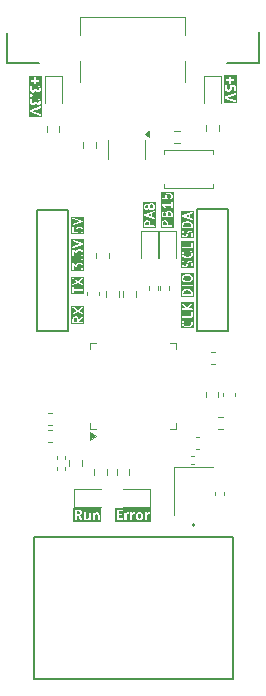
<source format=gbr>
%TF.GenerationSoftware,KiCad,Pcbnew,9.0.0*%
%TF.CreationDate,2025-05-07T16:38:21+03:00*%
%TF.ProjectId,Testing_USB-CAN,54657374-696e-4675-9f55-53422d43414e,rev?*%
%TF.SameCoordinates,Original*%
%TF.FileFunction,Legend,Top*%
%TF.FilePolarity,Positive*%
%FSLAX46Y46*%
G04 Gerber Fmt 4.6, Leading zero omitted, Abs format (unit mm)*
G04 Created by KiCad (PCBNEW 9.0.0) date 2025-05-07 16:38:21*
%MOMM*%
%LPD*%
G01*
G04 APERTURE LIST*
%ADD10C,0.150000*%
%ADD11C,0.120000*%
%ADD12C,0.125000*%
%ADD13C,0.127000*%
%ADD14C,0.200000*%
G04 APERTURE END LIST*
D10*
X118720000Y-103030000D02*
X121390000Y-103030000D01*
X121390000Y-113300000D01*
X118720000Y-113300000D01*
X118720000Y-103030000D01*
X116210000Y-90580000D02*
X116210000Y-88035000D01*
X118860000Y-90580000D02*
X116210000Y-90580000D01*
X134830000Y-90580000D02*
X137500000Y-90580000D01*
X132280000Y-103000000D02*
X134930000Y-103000000D01*
X134930000Y-113290000D01*
X132280000Y-113290000D01*
X132280000Y-103000000D01*
X137500000Y-90580000D02*
X137500000Y-88020000D01*
D11*
G36*
X131642436Y-109876610D02*
G01*
X131704028Y-109907406D01*
X131763318Y-109966695D01*
X131793855Y-110058306D01*
X131793855Y-110179046D01*
X131113855Y-110179046D01*
X131113855Y-110058306D01*
X131144392Y-109966693D01*
X131203678Y-109907407D01*
X131265276Y-109876608D01*
X131404096Y-109841903D01*
X131503614Y-109841903D01*
X131642436Y-109876610D01*
G37*
G36*
X131708895Y-108655129D02*
G01*
X131766447Y-108712682D01*
X131793855Y-108767497D01*
X131793855Y-108891548D01*
X131766447Y-108946362D01*
X131708894Y-109003915D01*
X131579804Y-109036190D01*
X131327905Y-109036190D01*
X131198814Y-109003916D01*
X131141262Y-108946364D01*
X131113855Y-108891548D01*
X131113855Y-108767497D01*
X131141262Y-108712682D01*
X131198814Y-108655129D01*
X131327905Y-108622856D01*
X131579800Y-108622856D01*
X131708895Y-108655129D01*
G37*
G36*
X132002744Y-110387935D02*
G01*
X130904966Y-110387935D01*
X130904966Y-110048570D01*
X130993855Y-110048570D01*
X130993855Y-110239046D01*
X130998422Y-110262007D01*
X131030894Y-110294479D01*
X131053855Y-110299046D01*
X131853855Y-110299046D01*
X131876816Y-110294479D01*
X131909288Y-110262007D01*
X131913855Y-110239046D01*
X131913855Y-110048570D01*
X131911978Y-110039135D01*
X131910776Y-110029597D01*
X131872681Y-109915310D01*
X131871193Y-109912699D01*
X131871193Y-109911323D01*
X131865854Y-109903333D01*
X131861088Y-109894972D01*
X131859854Y-109894355D01*
X131858186Y-109891858D01*
X131781995Y-109815667D01*
X131773998Y-109810323D01*
X131766402Y-109804428D01*
X131690212Y-109766333D01*
X131683870Y-109764596D01*
X131677931Y-109761791D01*
X131525550Y-109723695D01*
X131518209Y-109723337D01*
X131510998Y-109721903D01*
X131396712Y-109721903D01*
X131389504Y-109723336D01*
X131382160Y-109723694D01*
X131229779Y-109761791D01*
X131223838Y-109764596D01*
X131217499Y-109766333D01*
X131141307Y-109804428D01*
X131133701Y-109810330D01*
X131125714Y-109815668D01*
X131049524Y-109891858D01*
X131047855Y-109894355D01*
X131046622Y-109894972D01*
X131041855Y-109903333D01*
X131036517Y-109911323D01*
X131036517Y-109912699D01*
X131035029Y-109915310D01*
X130996934Y-110029596D01*
X130995731Y-110039136D01*
X130993855Y-110048570D01*
X130904966Y-110048570D01*
X130904966Y-109416085D01*
X130998422Y-109416085D01*
X130998422Y-109462007D01*
X131030894Y-109494479D01*
X131053855Y-109499046D01*
X131853855Y-109499046D01*
X131876816Y-109494479D01*
X131909288Y-109462007D01*
X131909288Y-109416085D01*
X131876816Y-109383613D01*
X131853855Y-109379046D01*
X131053855Y-109379046D01*
X131030894Y-109383613D01*
X130998422Y-109416085D01*
X130904966Y-109416085D01*
X130904966Y-108753332D01*
X130993855Y-108753332D01*
X130993855Y-108905713D01*
X130994441Y-108908660D01*
X130994006Y-108909966D01*
X130996545Y-108919241D01*
X130998422Y-108928674D01*
X130999395Y-108929647D01*
X131000189Y-108932546D01*
X131038284Y-109008737D01*
X131044186Y-109016342D01*
X131049524Y-109024330D01*
X131125714Y-109100520D01*
X131131116Y-109104129D01*
X131132420Y-109106303D01*
X131139066Y-109109442D01*
X131145179Y-109113527D01*
X131147713Y-109113527D01*
X131153588Y-109116302D01*
X131305969Y-109154399D01*
X131313313Y-109154756D01*
X131320521Y-109156190D01*
X131587188Y-109156190D01*
X131594399Y-109154755D01*
X131601740Y-109154398D01*
X131754121Y-109116302D01*
X131759996Y-109113527D01*
X131762530Y-109113527D01*
X131768643Y-109109442D01*
X131775289Y-109106303D01*
X131776592Y-109104131D01*
X131781995Y-109100521D01*
X131858186Y-109024330D01*
X131863523Y-109016342D01*
X131869426Y-109008737D01*
X131907521Y-108932545D01*
X131908314Y-108929647D01*
X131909288Y-108928674D01*
X131911164Y-108919239D01*
X131913704Y-108909966D01*
X131913268Y-108908660D01*
X131913855Y-108905713D01*
X131913855Y-108753332D01*
X131913268Y-108750384D01*
X131913704Y-108749079D01*
X131911164Y-108739803D01*
X131909288Y-108730371D01*
X131908314Y-108729397D01*
X131907521Y-108726499D01*
X131869426Y-108650309D01*
X131863528Y-108642710D01*
X131858186Y-108634715D01*
X131781995Y-108558525D01*
X131776592Y-108554915D01*
X131775289Y-108552742D01*
X131768642Y-108549602D01*
X131762530Y-108545518D01*
X131759996Y-108545518D01*
X131754121Y-108542743D01*
X131601740Y-108504647D01*
X131594395Y-108504289D01*
X131587188Y-108502856D01*
X131320521Y-108502856D01*
X131313313Y-108504289D01*
X131305969Y-108504647D01*
X131153588Y-108542742D01*
X131147712Y-108545518D01*
X131145179Y-108545518D01*
X131139068Y-108549601D01*
X131132420Y-108552742D01*
X131131116Y-108554915D01*
X131125714Y-108558525D01*
X131049523Y-108634716D01*
X131044179Y-108642712D01*
X131038284Y-108650309D01*
X131000189Y-108726499D01*
X130999395Y-108729397D01*
X130998422Y-108730371D01*
X130996545Y-108739803D01*
X130994006Y-108749079D01*
X130994441Y-108750384D01*
X130993855Y-108753332D01*
X130904966Y-108753332D01*
X130904966Y-108413967D01*
X132002744Y-108413967D01*
X132002744Y-110387935D01*
G37*
D12*
G36*
X119159924Y-95175042D02*
G01*
X118023257Y-95175042D01*
X118023257Y-94674177D01*
X118146092Y-94674177D01*
X118147130Y-94729437D01*
X118151892Y-94762898D01*
X118162761Y-94780667D01*
X118181568Y-94789582D01*
X118964794Y-95053303D01*
X119002957Y-95063867D01*
X119016203Y-95063931D01*
X119025122Y-95059775D01*
X119031162Y-95051419D01*
X119035013Y-95035840D01*
X119037090Y-94987052D01*
X119035685Y-94936494D01*
X119030251Y-94908101D01*
X119019016Y-94894118D01*
X119000270Y-94887279D01*
X118322801Y-94676192D01*
X118322801Y-94675520D01*
X119003689Y-94460342D01*
X119020725Y-94453137D01*
X119030922Y-94439826D01*
X119035685Y-94412532D01*
X119037090Y-94363317D01*
X119035380Y-94305920D01*
X119031940Y-94287274D01*
X119026526Y-94276916D01*
X119017961Y-94271057D01*
X119005033Y-94270077D01*
X118966137Y-94279969D01*
X118183644Y-94543019D01*
X118168928Y-94548819D01*
X118159036Y-94557673D01*
X118152198Y-94572022D01*
X118148168Y-94594249D01*
X118146458Y-94627343D01*
X118146092Y-94674177D01*
X118023257Y-94674177D01*
X118023257Y-93852178D01*
X118134368Y-93852178D01*
X118139064Y-93924812D01*
X118152564Y-93989442D01*
X118175410Y-94048744D01*
X118205748Y-94097337D01*
X118244824Y-94137485D01*
X118292149Y-94167740D01*
X118346301Y-94186462D01*
X118410179Y-94193019D01*
X118448997Y-94189543D01*
X118484612Y-94179341D01*
X118517450Y-94162735D01*
X118546711Y-94140079D01*
X118571600Y-94112016D01*
X118592323Y-94077614D01*
X118607154Y-94039001D01*
X118616015Y-93994266D01*
X118618091Y-93994266D01*
X118630212Y-94031452D01*
X118646606Y-94062898D01*
X118667766Y-94090297D01*
X118692707Y-94112419D01*
X118721412Y-94129690D01*
X118754378Y-94142460D01*
X118789883Y-94150088D01*
X118829056Y-94152719D01*
X118878796Y-94148194D01*
X118921624Y-94135255D01*
X118959489Y-94113707D01*
X118990806Y-94084025D01*
X119015204Y-94047163D01*
X119033853Y-94000738D01*
X119044862Y-93949121D01*
X119048813Y-93886982D01*
X119046631Y-93838763D01*
X119040387Y-93795758D01*
X119019931Y-93721630D01*
X118995141Y-93668385D01*
X118975846Y-93640358D01*
X118963756Y-93630466D01*
X118950689Y-93625337D01*
X118931760Y-93622589D01*
X118903183Y-93621918D01*
X118869417Y-93623261D01*
X118849450Y-93627352D01*
X118840169Y-93634191D01*
X118837787Y-93643778D01*
X118848412Y-93669362D01*
X118871310Y-93711738D01*
X118893902Y-93768097D01*
X118901598Y-93800269D01*
X118904221Y-93835020D01*
X118901997Y-93865257D01*
X118895856Y-93889669D01*
X118885727Y-93911225D01*
X118873142Y-93927588D01*
X118857504Y-93940466D01*
X118839070Y-93949814D01*
X118797365Y-93957324D01*
X118769550Y-93954528D01*
X118744853Y-93946394D01*
X118722960Y-93933037D01*
X118704431Y-93914643D01*
X118689968Y-93891930D01*
X118678724Y-93863047D01*
X118672118Y-93831072D01*
X118669748Y-93792705D01*
X118669748Y-93715524D01*
X118667001Y-93701541D01*
X118657353Y-93691954D01*
X118637691Y-93686520D01*
X118605024Y-93684810D01*
X118570280Y-93686520D01*
X118549275Y-93692321D01*
X118539262Y-93702579D01*
X118536880Y-93717600D01*
X118536880Y-93794109D01*
X118534312Y-93840909D01*
X118527294Y-93878434D01*
X118515324Y-93912141D01*
X118500244Y-93937846D01*
X118480853Y-93958660D01*
X118458173Y-93973383D01*
X118432425Y-93982272D01*
X118402791Y-93985351D01*
X118375672Y-93982808D01*
X118351805Y-93975459D01*
X118330683Y-93963065D01*
X118312787Y-93945417D01*
X118298754Y-93923598D01*
X118287814Y-93896569D01*
X118281302Y-93866609D01*
X118278960Y-93830318D01*
X118281407Y-93787194D01*
X118288241Y-93751000D01*
X118308269Y-93690245D01*
X118328236Y-93647563D01*
X118337578Y-93623994D01*
X118334624Y-93614696D01*
X118324938Y-93607569D01*
X118309821Y-93603816D01*
X118279692Y-93602134D01*
X118245926Y-93603172D01*
X118222784Y-93606592D01*
X118206786Y-93612026D01*
X118194513Y-93621246D01*
X118178393Y-93647197D01*
X118157815Y-93697389D01*
X118141146Y-93767425D01*
X118134368Y-93852178D01*
X118023257Y-93852178D01*
X118023257Y-93357342D01*
X118142184Y-93357342D01*
X118145209Y-93395173D01*
X118152937Y-93420524D01*
X118164043Y-93436904D01*
X118180395Y-93448005D01*
X118207322Y-93455950D01*
X118249406Y-93459130D01*
X118289599Y-93456030D01*
X118315611Y-93448240D01*
X118331655Y-93437270D01*
X118342604Y-93421115D01*
X118350225Y-93396098D01*
X118353210Y-93358746D01*
X118350174Y-93320444D01*
X118342437Y-93294880D01*
X118331350Y-93278451D01*
X118314985Y-93267371D01*
X118287873Y-93259416D01*
X118245315Y-93256225D01*
X118205595Y-93259313D01*
X118179745Y-93267091D01*
X118163677Y-93278085D01*
X118152786Y-93294248D01*
X118145174Y-93319470D01*
X118142184Y-93357342D01*
X118023257Y-93357342D01*
X118023257Y-92769693D01*
X118134368Y-92769693D01*
X118139064Y-92842328D01*
X118152564Y-92906958D01*
X118175410Y-92966260D01*
X118205748Y-93014852D01*
X118244824Y-93055000D01*
X118292149Y-93085255D01*
X118346301Y-93103978D01*
X118410179Y-93110534D01*
X118448997Y-93107059D01*
X118484612Y-93096857D01*
X118517450Y-93080251D01*
X118546711Y-93057595D01*
X118571600Y-93029531D01*
X118592323Y-92995130D01*
X118607154Y-92956517D01*
X118616015Y-92911782D01*
X118618091Y-92911782D01*
X118630212Y-92948968D01*
X118646606Y-92980414D01*
X118667766Y-93007812D01*
X118692707Y-93029934D01*
X118721412Y-93047206D01*
X118754378Y-93059976D01*
X118789883Y-93067604D01*
X118829056Y-93070234D01*
X118878796Y-93065710D01*
X118921624Y-93052771D01*
X118959489Y-93031222D01*
X118990806Y-93001541D01*
X119015204Y-92964678D01*
X119033853Y-92918254D01*
X119044862Y-92866637D01*
X119048813Y-92804498D01*
X119046631Y-92756279D01*
X119040387Y-92713273D01*
X119019931Y-92639146D01*
X118995141Y-92585901D01*
X118975846Y-92557874D01*
X118963756Y-92547982D01*
X118950689Y-92542853D01*
X118931760Y-92540105D01*
X118903183Y-92539434D01*
X118869417Y-92540777D01*
X118849450Y-92544868D01*
X118840169Y-92551707D01*
X118837787Y-92561293D01*
X118848412Y-92586878D01*
X118871310Y-92629254D01*
X118893902Y-92685613D01*
X118901598Y-92717785D01*
X118904221Y-92752535D01*
X118901997Y-92782773D01*
X118895856Y-92807185D01*
X118885727Y-92828740D01*
X118873142Y-92845103D01*
X118857504Y-92857982D01*
X118839070Y-92867330D01*
X118797365Y-92874840D01*
X118769550Y-92872043D01*
X118744853Y-92863910D01*
X118722960Y-92850553D01*
X118704431Y-92832159D01*
X118689968Y-92809445D01*
X118678724Y-92780562D01*
X118672118Y-92748587D01*
X118669748Y-92710220D01*
X118669748Y-92633040D01*
X118667001Y-92619057D01*
X118657353Y-92609470D01*
X118637691Y-92604036D01*
X118605024Y-92602326D01*
X118570280Y-92604036D01*
X118549275Y-92609837D01*
X118539262Y-92620095D01*
X118536880Y-92635116D01*
X118536880Y-92711625D01*
X118534312Y-92758425D01*
X118527294Y-92795950D01*
X118515324Y-92829657D01*
X118500244Y-92855362D01*
X118480853Y-92876175D01*
X118458173Y-92890899D01*
X118432425Y-92899787D01*
X118402791Y-92902867D01*
X118375672Y-92900324D01*
X118351805Y-92892975D01*
X118330683Y-92880581D01*
X118312787Y-92862933D01*
X118298754Y-92841113D01*
X118287814Y-92814085D01*
X118281302Y-92784124D01*
X118278960Y-92747834D01*
X118281407Y-92704710D01*
X118288241Y-92668516D01*
X118308269Y-92607760D01*
X118328236Y-92565079D01*
X118337578Y-92541510D01*
X118334624Y-92532212D01*
X118324938Y-92525084D01*
X118309821Y-92521332D01*
X118279692Y-92519650D01*
X118245926Y-92520688D01*
X118222784Y-92524107D01*
X118206786Y-92529542D01*
X118194513Y-92538762D01*
X118178393Y-92564713D01*
X118157815Y-92614905D01*
X118141146Y-92684941D01*
X118134368Y-92769693D01*
X118023257Y-92769693D01*
X118023257Y-92113413D01*
X118212526Y-92113413D01*
X118214602Y-92147546D01*
X118220403Y-92169406D01*
X118229317Y-92181007D01*
X118241407Y-92184427D01*
X118474354Y-92184427D01*
X118474354Y-92396918D01*
X118477773Y-92408519D01*
X118489192Y-92418106D01*
X118510258Y-92424212D01*
X118542742Y-92426288D01*
X118574860Y-92424212D01*
X118596292Y-92418411D01*
X118607650Y-92409557D01*
X118611130Y-92398933D01*
X118611130Y-92184427D01*
X118842794Y-92184427D01*
X118855434Y-92181007D01*
X118865081Y-92169406D01*
X118870882Y-92147546D01*
X118872958Y-92113413D01*
X118870882Y-92079219D01*
X118865081Y-92057359D01*
X118855434Y-92045391D01*
X118842794Y-92041667D01*
X118611130Y-92041667D01*
X118611130Y-91827832D01*
X118607650Y-91816902D01*
X118596292Y-91808354D01*
X118574860Y-91802553D01*
X118542742Y-91800538D01*
X118510258Y-91802919D01*
X118489192Y-91809392D01*
X118477773Y-91818612D01*
X118474354Y-91829908D01*
X118474354Y-92041667D01*
X118241407Y-92041667D01*
X118229317Y-92045391D01*
X118220403Y-92057359D01*
X118214602Y-92079219D01*
X118212526Y-92113413D01*
X118023257Y-92113413D01*
X118023257Y-91689427D01*
X119159924Y-91689427D01*
X119159924Y-95175042D01*
G37*
D11*
G36*
X122732744Y-108205274D02*
G01*
X121634966Y-108205274D01*
X121634966Y-107565714D01*
X121723855Y-107565714D01*
X121723855Y-108060952D01*
X121728422Y-108083913D01*
X121760894Y-108116385D01*
X121806816Y-108116385D01*
X121839288Y-108083913D01*
X121843855Y-108060952D01*
X121843855Y-107697940D01*
X122049107Y-107877535D01*
X122063893Y-107886050D01*
X122065656Y-107887813D01*
X122066954Y-107887813D01*
X122069394Y-107889218D01*
X122090467Y-107887813D01*
X122111578Y-107887813D01*
X122113086Y-107886304D01*
X122115215Y-107886163D01*
X122129124Y-107870267D01*
X122144050Y-107855341D01*
X122144598Y-107852581D01*
X122145455Y-107851603D01*
X122145288Y-107849112D01*
X122148617Y-107832380D01*
X122148617Y-107732259D01*
X122176024Y-107677444D01*
X122200347Y-107653121D01*
X122255163Y-107625714D01*
X122417309Y-107625714D01*
X122472123Y-107653121D01*
X122496448Y-107677445D01*
X122523855Y-107732259D01*
X122523855Y-107932501D01*
X122496448Y-107987315D01*
X122465238Y-108018525D01*
X122452231Y-108037990D01*
X122452231Y-108083912D01*
X122484702Y-108116385D01*
X122530624Y-108116385D01*
X122550090Y-108103379D01*
X122588186Y-108065284D01*
X122593528Y-108057289D01*
X122599426Y-108049690D01*
X122637521Y-107973498D01*
X122638314Y-107970600D01*
X122639288Y-107969627D01*
X122641164Y-107960192D01*
X122643704Y-107950919D01*
X122643268Y-107949613D01*
X122643855Y-107946666D01*
X122643855Y-107718095D01*
X122643268Y-107715147D01*
X122643704Y-107713842D01*
X122641164Y-107704568D01*
X122639288Y-107695134D01*
X122638314Y-107694160D01*
X122637521Y-107691263D01*
X122599426Y-107615071D01*
X122593528Y-107607471D01*
X122588186Y-107599477D01*
X122550090Y-107561382D01*
X122542095Y-107556040D01*
X122534497Y-107550143D01*
X122458307Y-107512048D01*
X122455408Y-107511254D01*
X122454435Y-107510281D01*
X122445002Y-107508404D01*
X122435727Y-107505865D01*
X122434421Y-107506300D01*
X122431474Y-107505714D01*
X122240998Y-107505714D01*
X122238050Y-107506300D01*
X122236745Y-107505865D01*
X122227471Y-107508404D01*
X122218037Y-107510281D01*
X122217063Y-107511254D01*
X122214166Y-107512048D01*
X122137974Y-107550143D01*
X122130374Y-107556040D01*
X122122380Y-107561383D01*
X122084286Y-107599478D01*
X122078948Y-107607465D01*
X122073046Y-107615071D01*
X122034951Y-107691262D01*
X122034157Y-107694160D01*
X122033184Y-107695134D01*
X122031656Y-107702813D01*
X121823365Y-107520559D01*
X121808578Y-107512043D01*
X121806816Y-107510281D01*
X121805518Y-107510281D01*
X121803078Y-107508876D01*
X121782005Y-107510281D01*
X121760894Y-107510281D01*
X121759385Y-107511789D01*
X121757257Y-107511931D01*
X121743348Y-107527827D01*
X121728422Y-107542753D01*
X121727873Y-107545512D01*
X121727017Y-107546491D01*
X121727183Y-107548981D01*
X121723855Y-107565714D01*
X121634966Y-107565714D01*
X121634966Y-107199894D01*
X122452231Y-107199894D01*
X122452231Y-107199895D01*
X122452231Y-107245817D01*
X122465238Y-107265282D01*
X122503334Y-107303378D01*
X122522799Y-107316385D01*
X122522800Y-107316385D01*
X122568722Y-107316385D01*
X122588187Y-107303378D01*
X122626282Y-107265282D01*
X122639288Y-107245817D01*
X122639288Y-107199894D01*
X122626281Y-107180429D01*
X122588186Y-107142335D01*
X122568724Y-107129330D01*
X122568722Y-107129328D01*
X122522799Y-107129328D01*
X122503334Y-107142334D01*
X122465238Y-107180429D01*
X122452231Y-107199894D01*
X121634966Y-107199894D01*
X121634966Y-106422857D01*
X121723855Y-106422857D01*
X121723855Y-106918095D01*
X121728422Y-106941056D01*
X121760894Y-106973528D01*
X121806816Y-106973528D01*
X121839288Y-106941056D01*
X121843855Y-106918095D01*
X121843855Y-106555083D01*
X122049107Y-106734678D01*
X122063893Y-106743193D01*
X122065656Y-106744956D01*
X122066954Y-106744956D01*
X122069394Y-106746361D01*
X122090467Y-106744956D01*
X122111578Y-106744956D01*
X122113086Y-106743447D01*
X122115215Y-106743306D01*
X122129124Y-106727410D01*
X122144050Y-106712484D01*
X122144598Y-106709724D01*
X122145455Y-106708746D01*
X122145288Y-106706255D01*
X122148617Y-106689523D01*
X122148617Y-106589402D01*
X122176024Y-106534587D01*
X122200347Y-106510264D01*
X122255163Y-106482857D01*
X122417309Y-106482857D01*
X122472123Y-106510264D01*
X122496448Y-106534588D01*
X122523855Y-106589402D01*
X122523855Y-106789644D01*
X122496448Y-106844458D01*
X122465238Y-106875668D01*
X122452231Y-106895133D01*
X122452231Y-106941055D01*
X122484702Y-106973528D01*
X122530624Y-106973528D01*
X122550090Y-106960522D01*
X122588186Y-106922427D01*
X122593528Y-106914432D01*
X122599426Y-106906833D01*
X122637521Y-106830641D01*
X122638314Y-106827743D01*
X122639288Y-106826770D01*
X122641164Y-106817335D01*
X122643704Y-106808062D01*
X122643268Y-106806756D01*
X122643855Y-106803809D01*
X122643855Y-106575238D01*
X122643268Y-106572290D01*
X122643704Y-106570985D01*
X122641164Y-106561711D01*
X122639288Y-106552277D01*
X122638314Y-106551303D01*
X122637521Y-106548406D01*
X122599426Y-106472214D01*
X122593528Y-106464614D01*
X122588186Y-106456620D01*
X122550090Y-106418525D01*
X122542095Y-106413183D01*
X122534497Y-106407286D01*
X122458307Y-106369191D01*
X122455408Y-106368397D01*
X122454435Y-106367424D01*
X122445002Y-106365547D01*
X122435727Y-106363008D01*
X122434421Y-106363443D01*
X122431474Y-106362857D01*
X122240998Y-106362857D01*
X122238050Y-106363443D01*
X122236745Y-106363008D01*
X122227471Y-106365547D01*
X122218037Y-106367424D01*
X122217063Y-106368397D01*
X122214166Y-106369191D01*
X122137974Y-106407286D01*
X122130374Y-106413183D01*
X122122380Y-106418526D01*
X122084286Y-106456621D01*
X122078948Y-106464608D01*
X122073046Y-106472214D01*
X122034951Y-106548405D01*
X122034157Y-106551303D01*
X122033184Y-106552277D01*
X122031656Y-106559956D01*
X121823365Y-106377702D01*
X121808578Y-106369186D01*
X121806816Y-106367424D01*
X121805518Y-106367424D01*
X121803078Y-106366019D01*
X121782005Y-106367424D01*
X121760894Y-106367424D01*
X121759385Y-106368932D01*
X121757257Y-106369074D01*
X121743348Y-106384970D01*
X121728422Y-106399896D01*
X121727873Y-106402655D01*
X121727017Y-106403634D01*
X121727183Y-106406124D01*
X121723855Y-106422857D01*
X121634966Y-106422857D01*
X121634966Y-105665205D01*
X121724006Y-105665205D01*
X121744543Y-105706279D01*
X121764881Y-105717873D01*
X122394118Y-105927617D01*
X121764881Y-106137364D01*
X121744543Y-106148958D01*
X121724006Y-106190032D01*
X121738528Y-106233597D01*
X121779602Y-106254134D01*
X121802829Y-106251206D01*
X122602829Y-105984539D01*
X122623167Y-105972945D01*
X122625171Y-105968935D01*
X122629183Y-105966930D01*
X122635199Y-105948880D01*
X122643704Y-105931871D01*
X122642286Y-105927618D01*
X122643704Y-105923365D01*
X122635197Y-105906351D01*
X122629182Y-105888306D01*
X122625172Y-105886301D01*
X122623167Y-105882291D01*
X122602829Y-105870697D01*
X121802829Y-105604031D01*
X121779602Y-105601103D01*
X121738528Y-105621640D01*
X121724006Y-105665205D01*
X121634966Y-105665205D01*
X121634966Y-105512214D01*
X122732744Y-105512214D01*
X122732744Y-108205274D01*
G37*
G36*
X122101170Y-112200738D02*
G01*
X122125494Y-112225063D01*
X122152902Y-112279878D01*
X122152902Y-112510475D01*
X121853855Y-112510475D01*
X121853855Y-112279878D01*
X121881262Y-112225062D01*
X121905587Y-112200738D01*
X121960401Y-112173332D01*
X122046358Y-112173332D01*
X122101170Y-112200738D01*
G37*
G36*
X122741604Y-112719364D02*
G01*
X121644966Y-112719364D01*
X121644966Y-112265713D01*
X121733855Y-112265713D01*
X121733855Y-112570475D01*
X121738422Y-112593436D01*
X121770894Y-112625908D01*
X121793855Y-112630475D01*
X122593855Y-112630475D01*
X122616816Y-112625908D01*
X122649288Y-112593436D01*
X122649288Y-112547514D01*
X122616816Y-112515042D01*
X122593855Y-112510475D01*
X122272902Y-112510475D01*
X122272902Y-112411238D01*
X122628262Y-112162486D01*
X122644454Y-112145577D01*
X122652434Y-112100354D01*
X122626100Y-112062733D01*
X122580876Y-112054752D01*
X122559447Y-112064178D01*
X122272735Y-112264875D01*
X122272315Y-112262765D01*
X122272751Y-112261460D01*
X122270211Y-112252184D01*
X122268335Y-112242752D01*
X122267361Y-112241778D01*
X122266568Y-112238880D01*
X122228473Y-112162690D01*
X122222577Y-112155094D01*
X122217233Y-112147096D01*
X122179138Y-112109002D01*
X122171146Y-112103662D01*
X122163545Y-112097762D01*
X122087354Y-112059667D01*
X122084456Y-112058873D01*
X122083482Y-112057899D01*
X122074045Y-112056022D01*
X122064775Y-112053483D01*
X122063468Y-112053918D01*
X122060521Y-112053332D01*
X121946236Y-112053332D01*
X121943288Y-112053918D01*
X121941982Y-112053483D01*
X121932711Y-112056022D01*
X121923275Y-112057899D01*
X121922300Y-112058873D01*
X121919403Y-112059667D01*
X121843212Y-112097763D01*
X121835618Y-112103655D01*
X121827618Y-112109002D01*
X121789524Y-112147097D01*
X121784184Y-112155088D01*
X121778284Y-112162690D01*
X121740189Y-112238880D01*
X121739395Y-112241778D01*
X121738422Y-112242752D01*
X121736545Y-112252184D01*
X121734006Y-112261460D01*
X121734441Y-112262765D01*
X121733855Y-112265713D01*
X121644966Y-112265713D01*
X121644966Y-111301688D01*
X121734995Y-111301688D01*
X121744002Y-111346719D01*
X121760573Y-111363255D01*
X122085688Y-111579999D01*
X121760573Y-111796743D01*
X121744002Y-111813279D01*
X121734995Y-111858310D01*
X121760468Y-111896519D01*
X121805499Y-111905526D01*
X121827137Y-111896589D01*
X122193855Y-111652110D01*
X122560573Y-111896589D01*
X122582211Y-111905526D01*
X122627242Y-111896520D01*
X122652715Y-111858310D01*
X122643709Y-111813280D01*
X122627137Y-111796743D01*
X122302021Y-111579999D01*
X122627137Y-111363255D01*
X122643709Y-111346718D01*
X122652715Y-111301688D01*
X122627242Y-111263478D01*
X122582211Y-111254472D01*
X122560573Y-111263409D01*
X122193855Y-111507887D01*
X121827137Y-111263409D01*
X121805499Y-111254472D01*
X121760468Y-111263479D01*
X121734995Y-111301688D01*
X121644966Y-111301688D01*
X121644966Y-111165583D01*
X122741604Y-111165583D01*
X122741604Y-112719364D01*
G37*
G36*
X122732744Y-105120019D02*
G01*
X121634966Y-105120019D01*
X121634966Y-104552380D01*
X121723855Y-104552380D01*
X121723855Y-104933332D01*
X121726709Y-104947684D01*
X121726412Y-104950663D01*
X121727588Y-104952100D01*
X121728422Y-104956293D01*
X121742702Y-104970573D01*
X121755492Y-104986205D01*
X121759580Y-104987451D01*
X121760894Y-104988765D01*
X121763887Y-104988765D01*
X121777885Y-104993034D01*
X122158837Y-105031130D01*
X122182138Y-105028871D01*
X122184595Y-105026861D01*
X122187767Y-105026861D01*
X122202047Y-105012580D01*
X122217680Y-104999791D01*
X122217995Y-104996634D01*
X122220240Y-104994390D01*
X122220240Y-104974194D01*
X122222250Y-104954097D01*
X122220240Y-104951640D01*
X122220240Y-104948467D01*
X122207234Y-104929002D01*
X122176024Y-104897791D01*
X122148617Y-104842977D01*
X122148617Y-104680830D01*
X122176024Y-104626015D01*
X122200347Y-104601692D01*
X122255163Y-104574285D01*
X122417309Y-104574285D01*
X122472123Y-104601692D01*
X122496448Y-104626016D01*
X122523855Y-104680830D01*
X122523855Y-104842977D01*
X122496447Y-104897793D01*
X122465238Y-104929002D01*
X122452231Y-104948467D01*
X122452231Y-104994389D01*
X122484703Y-105026861D01*
X122530625Y-105026861D01*
X122550090Y-105013854D01*
X122588186Y-104975758D01*
X122593525Y-104967766D01*
X122599426Y-104960165D01*
X122637521Y-104883975D01*
X122638314Y-104881076D01*
X122639288Y-104880103D01*
X122641164Y-104870670D01*
X122643704Y-104861395D01*
X122643268Y-104860089D01*
X122643855Y-104857142D01*
X122643855Y-104666666D01*
X122643268Y-104663718D01*
X122643704Y-104662413D01*
X122641164Y-104653139D01*
X122639288Y-104643705D01*
X122638314Y-104642731D01*
X122637521Y-104639834D01*
X122599426Y-104563642D01*
X122593528Y-104556042D01*
X122588186Y-104548048D01*
X122550090Y-104509953D01*
X122542095Y-104504611D01*
X122534497Y-104498714D01*
X122458307Y-104460619D01*
X122455408Y-104459825D01*
X122454435Y-104458852D01*
X122445002Y-104456975D01*
X122435727Y-104454436D01*
X122434421Y-104454871D01*
X122431474Y-104454285D01*
X122240998Y-104454285D01*
X122238050Y-104454871D01*
X122236745Y-104454436D01*
X122227471Y-104456975D01*
X122218037Y-104458852D01*
X122217063Y-104459825D01*
X122214166Y-104460619D01*
X122137974Y-104498714D01*
X122130374Y-104504611D01*
X122122380Y-104509954D01*
X122084286Y-104548049D01*
X122078948Y-104556036D01*
X122073046Y-104563642D01*
X122034951Y-104639833D01*
X122034157Y-104642731D01*
X122033184Y-104643705D01*
X122031307Y-104653137D01*
X122028768Y-104662413D01*
X122029203Y-104663718D01*
X122028617Y-104666666D01*
X122028617Y-104857142D01*
X122029203Y-104860089D01*
X122028768Y-104861395D01*
X122031307Y-104870670D01*
X122033184Y-104880103D01*
X122034157Y-104881076D01*
X122034951Y-104883975D01*
X122042407Y-104898888D01*
X121843855Y-104879033D01*
X121843855Y-104552380D01*
X121839288Y-104529419D01*
X121806816Y-104496947D01*
X121760894Y-104496947D01*
X121728422Y-104529419D01*
X121723855Y-104552380D01*
X121634966Y-104552380D01*
X121634966Y-103756633D01*
X121724006Y-103756633D01*
X121744543Y-103797707D01*
X121764881Y-103809301D01*
X122394118Y-104019045D01*
X121764881Y-104228792D01*
X121744543Y-104240386D01*
X121724006Y-104281460D01*
X121738528Y-104325025D01*
X121779602Y-104345562D01*
X121802829Y-104342634D01*
X122602829Y-104075967D01*
X122623167Y-104064373D01*
X122625171Y-104060363D01*
X122629183Y-104058358D01*
X122635199Y-104040308D01*
X122643704Y-104023299D01*
X122642286Y-104019046D01*
X122643704Y-104014793D01*
X122635197Y-103997779D01*
X122629182Y-103979734D01*
X122625172Y-103977729D01*
X122623167Y-103973719D01*
X122602829Y-103962125D01*
X121802829Y-103695459D01*
X121779602Y-103692531D01*
X121738528Y-103713068D01*
X121724006Y-103756633D01*
X121634966Y-103756633D01*
X121634966Y-103603642D01*
X122732744Y-103603642D01*
X122732744Y-105120019D01*
G37*
G36*
X132002744Y-113080317D02*
G01*
X130904966Y-113080317D01*
X130904966Y-112588570D01*
X130993855Y-112588570D01*
X130993855Y-112664761D01*
X130995731Y-112674194D01*
X130996934Y-112683735D01*
X131035029Y-112798021D01*
X131036517Y-112800631D01*
X131036517Y-112802008D01*
X131041855Y-112809997D01*
X131046622Y-112818359D01*
X131047855Y-112818975D01*
X131049524Y-112821473D01*
X131125714Y-112897663D01*
X131133701Y-112903000D01*
X131141307Y-112908903D01*
X131217499Y-112946998D01*
X131223838Y-112948734D01*
X131229779Y-112951540D01*
X131382160Y-112989637D01*
X131389504Y-112989994D01*
X131396712Y-112991428D01*
X131510998Y-112991428D01*
X131518209Y-112989993D01*
X131525550Y-112989636D01*
X131677931Y-112951540D01*
X131683870Y-112948734D01*
X131690212Y-112946998D01*
X131766402Y-112908903D01*
X131773998Y-112903007D01*
X131781995Y-112897664D01*
X131858186Y-112821473D01*
X131859854Y-112818975D01*
X131861088Y-112818359D01*
X131865854Y-112809997D01*
X131871193Y-112802008D01*
X131871193Y-112800631D01*
X131872681Y-112798021D01*
X131910776Y-112683734D01*
X131911978Y-112674195D01*
X131913855Y-112664761D01*
X131913855Y-112588570D01*
X131911978Y-112579136D01*
X131910776Y-112569596D01*
X131872681Y-112455311D01*
X131871193Y-112452700D01*
X131871193Y-112451324D01*
X131865850Y-112443328D01*
X131861087Y-112434973D01*
X131859855Y-112434357D01*
X131858186Y-112431859D01*
X131820090Y-112393763D01*
X131800625Y-112380756D01*
X131754703Y-112380756D01*
X131722231Y-112413228D01*
X131722231Y-112459150D01*
X131735238Y-112478615D01*
X131763317Y-112506694D01*
X131793855Y-112598307D01*
X131793855Y-112655024D01*
X131763318Y-112746635D01*
X131704028Y-112805924D01*
X131642436Y-112836720D01*
X131503614Y-112871428D01*
X131404096Y-112871428D01*
X131265276Y-112836722D01*
X131203678Y-112805923D01*
X131144392Y-112746637D01*
X131113855Y-112655024D01*
X131113855Y-112598307D01*
X131144392Y-112506695D01*
X131172472Y-112478615D01*
X131185478Y-112459150D01*
X131185478Y-112413227D01*
X131153005Y-112380756D01*
X131107083Y-112380756D01*
X131087618Y-112393763D01*
X131049523Y-112431859D01*
X131047853Y-112434357D01*
X131046623Y-112434973D01*
X131041860Y-112443328D01*
X131036517Y-112451325D01*
X131036517Y-112452700D01*
X131035029Y-112455311D01*
X130996934Y-112569596D01*
X130995731Y-112579136D01*
X130993855Y-112588570D01*
X130904966Y-112588570D01*
X130904966Y-112070371D01*
X130998422Y-112070371D01*
X130998422Y-112116293D01*
X131030894Y-112148765D01*
X131053855Y-112153332D01*
X131853855Y-112153332D01*
X131876816Y-112148765D01*
X131909288Y-112116293D01*
X131913855Y-112093332D01*
X131913855Y-111712380D01*
X131909288Y-111689419D01*
X131876816Y-111656947D01*
X131830894Y-111656947D01*
X131798422Y-111689419D01*
X131793855Y-111712380D01*
X131793855Y-112033332D01*
X131053855Y-112033332D01*
X131030894Y-112037899D01*
X130998422Y-112070371D01*
X130904966Y-112070371D01*
X130904966Y-110965609D01*
X130998422Y-110965609D01*
X130998422Y-111011531D01*
X131011429Y-111030996D01*
X131366145Y-111385713D01*
X131053855Y-111385713D01*
X131030894Y-111390280D01*
X130998422Y-111422752D01*
X130998422Y-111468674D01*
X131030894Y-111501146D01*
X131053855Y-111505713D01*
X131853855Y-111505713D01*
X131876816Y-111501146D01*
X131909288Y-111468674D01*
X131909288Y-111422752D01*
X131876816Y-111390280D01*
X131853855Y-111385713D01*
X131535851Y-111385713D01*
X131488057Y-111337919D01*
X131889855Y-111036570D01*
X131905483Y-111019140D01*
X131911978Y-110973679D01*
X131884425Y-110936941D01*
X131838964Y-110930447D01*
X131817855Y-110940570D01*
X131402342Y-111252204D01*
X131096281Y-110946144D01*
X131076816Y-110933137D01*
X131030894Y-110933137D01*
X130998422Y-110965609D01*
X130904966Y-110965609D01*
X130904966Y-110841558D01*
X132002744Y-110841558D01*
X132002744Y-113080317D01*
G37*
G36*
X129651170Y-104051691D02*
G01*
X129675494Y-104076016D01*
X129702902Y-104130831D01*
X129702902Y-104361428D01*
X129403855Y-104361428D01*
X129403855Y-104130831D01*
X129431262Y-104076015D01*
X129455587Y-104051691D01*
X129510401Y-104024285D01*
X129596358Y-104024285D01*
X129651170Y-104051691D01*
G37*
G36*
X129613076Y-103289788D02*
G01*
X129637399Y-103314111D01*
X129664807Y-103368926D01*
X129664807Y-103561428D01*
X129403855Y-103561428D01*
X129403855Y-103368926D01*
X129431262Y-103314111D01*
X129455585Y-103289788D01*
X129510401Y-103262381D01*
X129558261Y-103262381D01*
X129613076Y-103289788D01*
G37*
G36*
X130032122Y-103251691D02*
G01*
X130056448Y-103276017D01*
X130083855Y-103330831D01*
X130083855Y-103561428D01*
X129784807Y-103561428D01*
X129784807Y-103364498D01*
X129815343Y-103272887D01*
X129836540Y-103251691D01*
X129891353Y-103224285D01*
X129977311Y-103224285D01*
X130032122Y-103251691D01*
G37*
G36*
X130292744Y-104570317D02*
G01*
X129194966Y-104570317D01*
X129194966Y-104116666D01*
X129283855Y-104116666D01*
X129283855Y-104421428D01*
X129288422Y-104444389D01*
X129320894Y-104476861D01*
X129343855Y-104481428D01*
X130143855Y-104481428D01*
X130166816Y-104476861D01*
X130199288Y-104444389D01*
X130199288Y-104398467D01*
X130166816Y-104365995D01*
X130143855Y-104361428D01*
X129822902Y-104361428D01*
X129822902Y-104116666D01*
X129822315Y-104113718D01*
X129822751Y-104112413D01*
X129820211Y-104103137D01*
X129818335Y-104093705D01*
X129817361Y-104092731D01*
X129816568Y-104089833D01*
X129778473Y-104013643D01*
X129772577Y-104006047D01*
X129767233Y-103998049D01*
X129729138Y-103959955D01*
X129721146Y-103954615D01*
X129713545Y-103948715D01*
X129637354Y-103910620D01*
X129634456Y-103909826D01*
X129633482Y-103908852D01*
X129624045Y-103906975D01*
X129614775Y-103904436D01*
X129613468Y-103904871D01*
X129610521Y-103904285D01*
X129496236Y-103904285D01*
X129493288Y-103904871D01*
X129491982Y-103904436D01*
X129482711Y-103906975D01*
X129473275Y-103908852D01*
X129472300Y-103909826D01*
X129469403Y-103910620D01*
X129393212Y-103948716D01*
X129385618Y-103954608D01*
X129377618Y-103959955D01*
X129339524Y-103998050D01*
X129334184Y-104006041D01*
X129328284Y-104013643D01*
X129290189Y-104089833D01*
X129289395Y-104092731D01*
X129288422Y-104093705D01*
X129286545Y-104103137D01*
X129284006Y-104112413D01*
X129284441Y-104113718D01*
X129283855Y-104116666D01*
X129194966Y-104116666D01*
X129194966Y-103354762D01*
X129283855Y-103354762D01*
X129283855Y-103621428D01*
X129288422Y-103644389D01*
X129320894Y-103676861D01*
X129343855Y-103681428D01*
X130143855Y-103681428D01*
X130166816Y-103676861D01*
X130199288Y-103644389D01*
X130203855Y-103621428D01*
X130203855Y-103316666D01*
X130203268Y-103313718D01*
X130203704Y-103312413D01*
X130201164Y-103303137D01*
X130199288Y-103293705D01*
X130198314Y-103292731D01*
X130197521Y-103289833D01*
X130159426Y-103213643D01*
X130153530Y-103206047D01*
X130148186Y-103198049D01*
X130110090Y-103159954D01*
X130102095Y-103154612D01*
X130094497Y-103148715D01*
X130018307Y-103110620D01*
X130015409Y-103109826D01*
X130014435Y-103108852D01*
X130004998Y-103106975D01*
X129995728Y-103104436D01*
X129994421Y-103104871D01*
X129991474Y-103104285D01*
X129877188Y-103104285D01*
X129874240Y-103104871D01*
X129872934Y-103104436D01*
X129863661Y-103106975D01*
X129854227Y-103108852D01*
X129853252Y-103109826D01*
X129850354Y-103110620D01*
X129774165Y-103148716D01*
X129766571Y-103154609D01*
X129758572Y-103159954D01*
X129720476Y-103198049D01*
X129718806Y-103200547D01*
X129717574Y-103201164D01*
X129712811Y-103209518D01*
X129708686Y-103215692D01*
X129691043Y-103198050D01*
X129683055Y-103192712D01*
X129675450Y-103186810D01*
X129599259Y-103148715D01*
X129596360Y-103147921D01*
X129595387Y-103146948D01*
X129585954Y-103145071D01*
X129576679Y-103142532D01*
X129575373Y-103142967D01*
X129572426Y-103142381D01*
X129496236Y-103142381D01*
X129493288Y-103142967D01*
X129491983Y-103142532D01*
X129482709Y-103145071D01*
X129473275Y-103146948D01*
X129472301Y-103147921D01*
X129469404Y-103148715D01*
X129393212Y-103186810D01*
X129385612Y-103192707D01*
X129377618Y-103198050D01*
X129339524Y-103236145D01*
X129334186Y-103244132D01*
X129328284Y-103251738D01*
X129290189Y-103327929D01*
X129289395Y-103330827D01*
X129288422Y-103331801D01*
X129286545Y-103341233D01*
X129284006Y-103350509D01*
X129284441Y-103351814D01*
X129283855Y-103354762D01*
X129194966Y-103354762D01*
X129194966Y-102619308D01*
X129284996Y-102619308D01*
X129288422Y-102636439D01*
X129288422Y-102653913D01*
X129292789Y-102658280D01*
X129294001Y-102664338D01*
X129310573Y-102680875D01*
X129419914Y-102753769D01*
X129485018Y-102818874D01*
X129518760Y-102886357D01*
X129533113Y-102904851D01*
X129576679Y-102919373D01*
X129617753Y-102898837D01*
X129632275Y-102855271D01*
X129626092Y-102832692D01*
X129587997Y-102756500D01*
X129582094Y-102748894D01*
X129576757Y-102740907D01*
X129526802Y-102690952D01*
X130083855Y-102690952D01*
X130083855Y-102859524D01*
X130088422Y-102882485D01*
X130120894Y-102914957D01*
X130166816Y-102914957D01*
X130199288Y-102882485D01*
X130203855Y-102859524D01*
X130203855Y-102402381D01*
X130199288Y-102379420D01*
X130166816Y-102346948D01*
X130120894Y-102346948D01*
X130088422Y-102379420D01*
X130083855Y-102402381D01*
X130083855Y-102570952D01*
X129343855Y-102570952D01*
X129320894Y-102575519D01*
X129316526Y-102579886D01*
X129310469Y-102581098D01*
X129300777Y-102595635D01*
X129288422Y-102607991D01*
X129288422Y-102614168D01*
X129284996Y-102619308D01*
X129194966Y-102619308D01*
X129194966Y-101678571D01*
X129283855Y-101678571D01*
X129283855Y-102059523D01*
X129286709Y-102073875D01*
X129286412Y-102076854D01*
X129287588Y-102078291D01*
X129288422Y-102082484D01*
X129302702Y-102096764D01*
X129315492Y-102112396D01*
X129319580Y-102113642D01*
X129320894Y-102114956D01*
X129323887Y-102114956D01*
X129337885Y-102119225D01*
X129718837Y-102157321D01*
X129742138Y-102155062D01*
X129744595Y-102153052D01*
X129747767Y-102153052D01*
X129762047Y-102138771D01*
X129777680Y-102125982D01*
X129777995Y-102122825D01*
X129780240Y-102120581D01*
X129780240Y-102100385D01*
X129782250Y-102080288D01*
X129780240Y-102077831D01*
X129780240Y-102074658D01*
X129767234Y-102055193D01*
X129736024Y-102023982D01*
X129708617Y-101969168D01*
X129708617Y-101807021D01*
X129736024Y-101752206D01*
X129760347Y-101727883D01*
X129815163Y-101700476D01*
X129977309Y-101700476D01*
X130032123Y-101727883D01*
X130056448Y-101752207D01*
X130083855Y-101807021D01*
X130083855Y-101969168D01*
X130056447Y-102023984D01*
X130025238Y-102055193D01*
X130012231Y-102074658D01*
X130012231Y-102120580D01*
X130044703Y-102153052D01*
X130090625Y-102153052D01*
X130110090Y-102140045D01*
X130148186Y-102101949D01*
X130153525Y-102093957D01*
X130159426Y-102086356D01*
X130197521Y-102010166D01*
X130198314Y-102007267D01*
X130199288Y-102006294D01*
X130201164Y-101996861D01*
X130203704Y-101987586D01*
X130203268Y-101986280D01*
X130203855Y-101983333D01*
X130203855Y-101792857D01*
X130203268Y-101789909D01*
X130203704Y-101788604D01*
X130201164Y-101779330D01*
X130199288Y-101769896D01*
X130198314Y-101768922D01*
X130197521Y-101766025D01*
X130159426Y-101689833D01*
X130153528Y-101682233D01*
X130148186Y-101674239D01*
X130110090Y-101636144D01*
X130102095Y-101630802D01*
X130094497Y-101624905D01*
X130018307Y-101586810D01*
X130015408Y-101586016D01*
X130014435Y-101585043D01*
X130005002Y-101583166D01*
X129995727Y-101580627D01*
X129994421Y-101581062D01*
X129991474Y-101580476D01*
X129800998Y-101580476D01*
X129798050Y-101581062D01*
X129796745Y-101580627D01*
X129787471Y-101583166D01*
X129778037Y-101585043D01*
X129777063Y-101586016D01*
X129774166Y-101586810D01*
X129697974Y-101624905D01*
X129690374Y-101630802D01*
X129682380Y-101636145D01*
X129644286Y-101674240D01*
X129638948Y-101682227D01*
X129633046Y-101689833D01*
X129594951Y-101766024D01*
X129594157Y-101768922D01*
X129593184Y-101769896D01*
X129591307Y-101779328D01*
X129588768Y-101788604D01*
X129589203Y-101789909D01*
X129588617Y-101792857D01*
X129588617Y-101983333D01*
X129589203Y-101986280D01*
X129588768Y-101987586D01*
X129591307Y-101996861D01*
X129593184Y-102006294D01*
X129594157Y-102007267D01*
X129594951Y-102010166D01*
X129602407Y-102025079D01*
X129403855Y-102005224D01*
X129403855Y-101678571D01*
X129399288Y-101655610D01*
X129366816Y-101623138D01*
X129320894Y-101623138D01*
X129288422Y-101655610D01*
X129283855Y-101678571D01*
X129194966Y-101678571D01*
X129194966Y-101491587D01*
X130292744Y-101491587D01*
X130292744Y-104570317D01*
G37*
D12*
G36*
X122224771Y-128565669D02*
G01*
X122255851Y-128571104D01*
X122295693Y-128588530D01*
X122320697Y-128613358D01*
X122335336Y-128645847D01*
X122340542Y-128686936D01*
X122338067Y-128714637D01*
X122330956Y-128738777D01*
X122319047Y-128760275D01*
X122302257Y-128778649D01*
X122281264Y-128793176D01*
X122254446Y-128804539D01*
X122224441Y-128811263D01*
X122187524Y-128813698D01*
X122095994Y-128813698D01*
X122095994Y-128563593D01*
X122176594Y-128563593D01*
X122224771Y-128565669D01*
G37*
G36*
X124137906Y-129436742D02*
G01*
X121805181Y-129436742D01*
X121805181Y-128483482D01*
X121916292Y-128483482D01*
X121916292Y-128563593D01*
X121916292Y-128813698D01*
X121916292Y-129285270D01*
X121920383Y-129297543D01*
X121934733Y-129306397D01*
X121962393Y-129311831D01*
X122005807Y-129313907D01*
X122049527Y-129311831D01*
X122076882Y-129306397D01*
X122091536Y-129297421D01*
X122095994Y-129285087D01*
X122095994Y-128946566D01*
X122151987Y-128946566D01*
X122179597Y-128948906D01*
X122202545Y-128955481D01*
X122223061Y-128966507D01*
X122241135Y-128981920D01*
X122256710Y-129001042D01*
X122271482Y-129025518D01*
X122299509Y-129085235D01*
X122378766Y-129283682D01*
X122385605Y-129297787D01*
X122399588Y-129307374D01*
X122426577Y-129312503D01*
X122472372Y-129313907D01*
X122526289Y-129312503D01*
X122556392Y-129307740D01*
X122569337Y-129299192D01*
X122572084Y-129286491D01*
X122568665Y-129267684D01*
X122554987Y-129229644D01*
X122480554Y-129054949D01*
X122453932Y-128998407D01*
X122424867Y-128953893D01*
X122392077Y-128920676D01*
X122354891Y-128897351D01*
X122394155Y-128882140D01*
X122427981Y-128863340D01*
X122457753Y-128840211D01*
X122481959Y-128813759D01*
X122501048Y-128783453D01*
X122515054Y-128748790D01*
X122523420Y-128711193D01*
X122525755Y-128676922D01*
X122690115Y-128676922D01*
X122690115Y-129050125D01*
X122693205Y-129116972D01*
X122701350Y-129166690D01*
X122716599Y-129211131D01*
X122738963Y-129249061D01*
X122769081Y-129280607D01*
X122807962Y-129305115D01*
X122853766Y-129320122D01*
X122913475Y-129325631D01*
X122968233Y-129318876D01*
X123021735Y-129298276D01*
X123072039Y-129265257D01*
X123124562Y-129216149D01*
X123124562Y-129286552D01*
X123127981Y-129298520D01*
X123139583Y-129307069D01*
X123161748Y-129312198D01*
X123198323Y-129313907D01*
X123233494Y-129312198D01*
X123256025Y-129307069D01*
X123267993Y-129298520D01*
X123271413Y-129286552D01*
X123271413Y-128676922D01*
X123444825Y-128676922D01*
X123444825Y-129286552D01*
X123448916Y-129298520D01*
X123462899Y-129307069D01*
X123489216Y-129312198D01*
X123530921Y-129313907D01*
X123572503Y-129312198D01*
X123598820Y-129307069D01*
X123612864Y-129298520D01*
X123616955Y-129286491D01*
X123616955Y-128880193D01*
X123654098Y-128838156D01*
X123686625Y-128810340D01*
X123720883Y-128791998D01*
X123752876Y-128786343D01*
X123777694Y-128788939D01*
X123798306Y-128796296D01*
X123815973Y-128808256D01*
X123830057Y-128824384D01*
X123840670Y-128843835D01*
X123848803Y-128867859D01*
X123853468Y-128895605D01*
X123855336Y-128937773D01*
X123855336Y-129286491D01*
X123859427Y-129298520D01*
X123873044Y-129307069D01*
X123899361Y-129312198D01*
X123941432Y-129313907D01*
X123982709Y-129312198D01*
X124009026Y-129307069D01*
X124022704Y-129298520D01*
X124026795Y-129286552D01*
X124026795Y-128909930D01*
X124023650Y-128846077D01*
X124015193Y-128796479D01*
X123999677Y-128751775D01*
X123977274Y-128714108D01*
X123947180Y-128682809D01*
X123908276Y-128658360D01*
X123862550Y-128643337D01*
X123803435Y-128637843D01*
X123748085Y-128644616D01*
X123694441Y-128665198D01*
X123644196Y-128698176D01*
X123591676Y-128747325D01*
X123591676Y-128676922D01*
X123588257Y-128664954D01*
X123576960Y-128656406D01*
X123554795Y-128651277D01*
X123518586Y-128649567D01*
X123483415Y-128651277D01*
X123460518Y-128656406D01*
X123448244Y-128664954D01*
X123444825Y-128676922D01*
X123271413Y-128676922D01*
X123267322Y-128664954D01*
X123253644Y-128656406D01*
X123227632Y-128651277D01*
X123186050Y-128649567D01*
X123144345Y-128651277D01*
X123118028Y-128656406D01*
X123104351Y-128664954D01*
X123100626Y-128676922D01*
X123100626Y-129082182D01*
X123062428Y-129124796D01*
X123029918Y-129152890D01*
X122995955Y-129171413D01*
X122964033Y-129177131D01*
X122939211Y-129174551D01*
X122918604Y-129167240D01*
X122900856Y-129155259D01*
X122886486Y-129139152D01*
X122875657Y-129119613D01*
X122867679Y-129095615D01*
X122863348Y-129067448D01*
X122861573Y-129022281D01*
X122861573Y-128676983D01*
X122857482Y-128665015D01*
X122843438Y-128656406D01*
X122817121Y-128651277D01*
X122775478Y-128649567D01*
X122734139Y-128651277D01*
X122707517Y-128656406D01*
X122693839Y-128664954D01*
X122690115Y-128676922D01*
X122525755Y-128676922D01*
X122526350Y-128668190D01*
X122522223Y-128617744D01*
X122510596Y-128575439D01*
X122491296Y-128537539D01*
X122465167Y-128505403D01*
X122432687Y-128478904D01*
X122392749Y-128457409D01*
X122348304Y-128441999D01*
X122296823Y-128431580D01*
X122255790Y-128428222D01*
X122198454Y-128426817D01*
X121969598Y-128426817D01*
X121948554Y-128430235D01*
X121931618Y-128440129D01*
X121920538Y-128456492D01*
X121916292Y-128483482D01*
X121805181Y-128483482D01*
X121805181Y-128315706D01*
X124137906Y-128315706D01*
X124137906Y-129436742D01*
G37*
D11*
G36*
X131642436Y-104148991D02*
G01*
X131704028Y-104179787D01*
X131763318Y-104239076D01*
X131793855Y-104330687D01*
X131793855Y-104451427D01*
X131113855Y-104451427D01*
X131113855Y-104330687D01*
X131144392Y-104239074D01*
X131203678Y-104179788D01*
X131265276Y-104148989D01*
X131404096Y-104114284D01*
X131503614Y-104114284D01*
X131642436Y-104148991D01*
G37*
G36*
X131565283Y-103666276D02*
G01*
X131243592Y-103559046D01*
X131565283Y-103451816D01*
X131565283Y-103666276D01*
G37*
G36*
X132002744Y-105460317D02*
G01*
X130904966Y-105460317D01*
X130904966Y-104968570D01*
X130993855Y-104968570D01*
X130993855Y-105159047D01*
X130994441Y-105161994D01*
X130994006Y-105163300D01*
X130996545Y-105172575D01*
X130998422Y-105182008D01*
X130999395Y-105182981D01*
X131000189Y-105185880D01*
X131038284Y-105262070D01*
X131044184Y-105269671D01*
X131049524Y-105277663D01*
X131087618Y-105315758D01*
X131095618Y-105321104D01*
X131103212Y-105326997D01*
X131179403Y-105365093D01*
X131182300Y-105365886D01*
X131183275Y-105366861D01*
X131192711Y-105368737D01*
X131201982Y-105371277D01*
X131203288Y-105370841D01*
X131206236Y-105371428D01*
X131282426Y-105371428D01*
X131285373Y-105370841D01*
X131286680Y-105371277D01*
X131295950Y-105368737D01*
X131305387Y-105366861D01*
X131306361Y-105365886D01*
X131309259Y-105365093D01*
X131385450Y-105326998D01*
X131393051Y-105321097D01*
X131401043Y-105315758D01*
X131439138Y-105277664D01*
X131444482Y-105269665D01*
X131450378Y-105262070D01*
X131488473Y-105185880D01*
X131490208Y-105179541D01*
X131493016Y-105173599D01*
X131529514Y-105027604D01*
X131560308Y-104966016D01*
X131584633Y-104941692D01*
X131639448Y-104914285D01*
X131687309Y-104914285D01*
X131742123Y-104941692D01*
X131766448Y-104966016D01*
X131793855Y-105020830D01*
X131793855Y-105187405D01*
X131758839Y-105292454D01*
X131755911Y-105315681D01*
X131776448Y-105356756D01*
X131820013Y-105371277D01*
X131861088Y-105350740D01*
X131872681Y-105330402D01*
X131910776Y-105216115D01*
X131911978Y-105206576D01*
X131913855Y-105197142D01*
X131913855Y-105006666D01*
X131913268Y-105003718D01*
X131913704Y-105002413D01*
X131911164Y-104993139D01*
X131909288Y-104983705D01*
X131908314Y-104982731D01*
X131907521Y-104979834D01*
X131869426Y-104903642D01*
X131863528Y-104896042D01*
X131858186Y-104888048D01*
X131820090Y-104849953D01*
X131812095Y-104844611D01*
X131804497Y-104838714D01*
X131728307Y-104800619D01*
X131725408Y-104799825D01*
X131724435Y-104798852D01*
X131715002Y-104796975D01*
X131705727Y-104794436D01*
X131704421Y-104794871D01*
X131701474Y-104794285D01*
X131625283Y-104794285D01*
X131622335Y-104794871D01*
X131621030Y-104794436D01*
X131611754Y-104796975D01*
X131602322Y-104798852D01*
X131601348Y-104799825D01*
X131598450Y-104800619D01*
X131522260Y-104838714D01*
X131514664Y-104844609D01*
X131506666Y-104849954D01*
X131468572Y-104888049D01*
X131463232Y-104896040D01*
X131457332Y-104903642D01*
X131419237Y-104979833D01*
X131417500Y-104986171D01*
X131414694Y-104992114D01*
X131378195Y-105138104D01*
X131347399Y-105199696D01*
X131323075Y-105224021D01*
X131268263Y-105251428D01*
X131220401Y-105251428D01*
X131165587Y-105224021D01*
X131141262Y-105199697D01*
X131113855Y-105144882D01*
X131113855Y-104978307D01*
X131148871Y-104873259D01*
X131151799Y-104850032D01*
X131131262Y-104808958D01*
X131087697Y-104794436D01*
X131046623Y-104814973D01*
X131035029Y-104835311D01*
X130996934Y-104949596D01*
X130995731Y-104959136D01*
X130993855Y-104968570D01*
X130904966Y-104968570D01*
X130904966Y-104320951D01*
X130993855Y-104320951D01*
X130993855Y-104511427D01*
X130998422Y-104534388D01*
X131030894Y-104566860D01*
X131053855Y-104571427D01*
X131853855Y-104571427D01*
X131876816Y-104566860D01*
X131909288Y-104534388D01*
X131913855Y-104511427D01*
X131913855Y-104320951D01*
X131911978Y-104311516D01*
X131910776Y-104301978D01*
X131872681Y-104187691D01*
X131871193Y-104185080D01*
X131871193Y-104183704D01*
X131865854Y-104175714D01*
X131861088Y-104167353D01*
X131859854Y-104166736D01*
X131858186Y-104164239D01*
X131781995Y-104088048D01*
X131773998Y-104082704D01*
X131766402Y-104076809D01*
X131690212Y-104038714D01*
X131683870Y-104036977D01*
X131677931Y-104034172D01*
X131525550Y-103996076D01*
X131518209Y-103995718D01*
X131510998Y-103994284D01*
X131396712Y-103994284D01*
X131389504Y-103995717D01*
X131382160Y-103996075D01*
X131229779Y-104034172D01*
X131223838Y-104036977D01*
X131217499Y-104038714D01*
X131141307Y-104076809D01*
X131133701Y-104082711D01*
X131125714Y-104088049D01*
X131049524Y-104164239D01*
X131047855Y-104166736D01*
X131046622Y-104167353D01*
X131041855Y-104175714D01*
X131036517Y-104183704D01*
X131036517Y-104185080D01*
X131035029Y-104187691D01*
X130996934Y-104301977D01*
X130995731Y-104311517D01*
X130993855Y-104320951D01*
X130904966Y-104320951D01*
X130904966Y-103554793D01*
X130994006Y-103554793D01*
X130995423Y-103559046D01*
X130994006Y-103563299D01*
X131002512Y-103580312D01*
X131008528Y-103598358D01*
X131012538Y-103600363D01*
X131014543Y-103604373D01*
X131034881Y-103615967D01*
X131834881Y-103882634D01*
X131858108Y-103885562D01*
X131899182Y-103865025D01*
X131913704Y-103821460D01*
X131893167Y-103780386D01*
X131872829Y-103768792D01*
X131685283Y-103706276D01*
X131685283Y-103411816D01*
X131872829Y-103349301D01*
X131893167Y-103337707D01*
X131913704Y-103296633D01*
X131899183Y-103253068D01*
X131858108Y-103232531D01*
X131834882Y-103235459D01*
X131034881Y-103502125D01*
X131014543Y-103513719D01*
X131012538Y-103517729D01*
X131008528Y-103519734D01*
X131002512Y-103537779D01*
X130994006Y-103554793D01*
X130904966Y-103554793D01*
X130904966Y-103143642D01*
X132002744Y-103143642D01*
X132002744Y-105460317D01*
G37*
G36*
X122731604Y-110183845D02*
G01*
X121634966Y-110183845D01*
X121634966Y-109582380D01*
X121723855Y-109582380D01*
X121723855Y-110039523D01*
X121728422Y-110062484D01*
X121760894Y-110094956D01*
X121806816Y-110094956D01*
X121839288Y-110062484D01*
X121843855Y-110039523D01*
X121843855Y-109870952D01*
X122583855Y-109870952D01*
X122606816Y-109866385D01*
X122639288Y-109833913D01*
X122639288Y-109787991D01*
X122606816Y-109755519D01*
X122583855Y-109750952D01*
X121843855Y-109750952D01*
X121843855Y-109582380D01*
X121839288Y-109559419D01*
X121806816Y-109526947D01*
X121760894Y-109526947D01*
X121728422Y-109559419D01*
X121723855Y-109582380D01*
X121634966Y-109582380D01*
X121634966Y-108846926D01*
X121724995Y-108846926D01*
X121734002Y-108891957D01*
X121750573Y-108908493D01*
X122075688Y-109125237D01*
X121750573Y-109341981D01*
X121734002Y-109358517D01*
X121724995Y-109403548D01*
X121750468Y-109441757D01*
X121795499Y-109450764D01*
X121817137Y-109441827D01*
X122183855Y-109197348D01*
X122550573Y-109441827D01*
X122572211Y-109450764D01*
X122617242Y-109441758D01*
X122642715Y-109403548D01*
X122633709Y-109358518D01*
X122617137Y-109341981D01*
X122292021Y-109125237D01*
X122617137Y-108908493D01*
X122633709Y-108891956D01*
X122642715Y-108846926D01*
X122617242Y-108808716D01*
X122572211Y-108799710D01*
X122550573Y-108808647D01*
X122183855Y-109053125D01*
X121817137Y-108808647D01*
X121795499Y-108799710D01*
X121750468Y-108808717D01*
X121724995Y-108846926D01*
X121634966Y-108846926D01*
X121634966Y-108710821D01*
X122731604Y-108710821D01*
X122731604Y-110183845D01*
G37*
G36*
X128161170Y-104053595D02*
G01*
X128185494Y-104077920D01*
X128212902Y-104132735D01*
X128212902Y-104363332D01*
X127913855Y-104363332D01*
X127913855Y-104132735D01*
X127941262Y-104077919D01*
X127965587Y-104053595D01*
X128020401Y-104026189D01*
X128106358Y-104026189D01*
X128161170Y-104053595D01*
G37*
G36*
X128365283Y-103578181D02*
G01*
X128043592Y-103470951D01*
X128365283Y-103363721D01*
X128365283Y-103578181D01*
G37*
G36*
X128084980Y-102605978D02*
G01*
X128109305Y-102630302D01*
X128136712Y-102685116D01*
X128136712Y-102809168D01*
X128109305Y-102863981D01*
X128084979Y-102888307D01*
X128030168Y-102915714D01*
X128020401Y-102915714D01*
X127965587Y-102888307D01*
X127941262Y-102863983D01*
X127913855Y-102809168D01*
X127913855Y-102685116D01*
X127941262Y-102630301D01*
X127965585Y-102605978D01*
X128020401Y-102578571D01*
X128030166Y-102578571D01*
X128084980Y-102605978D01*
G37*
G36*
X128542123Y-102605978D02*
G01*
X128566448Y-102630302D01*
X128593855Y-102685116D01*
X128593855Y-102809168D01*
X128566448Y-102863981D01*
X128542122Y-102888307D01*
X128487311Y-102915714D01*
X128363258Y-102915714D01*
X128308444Y-102888307D01*
X128284119Y-102863983D01*
X128256712Y-102809168D01*
X128256712Y-102685116D01*
X128284119Y-102630301D01*
X128308442Y-102605978D01*
X128363258Y-102578571D01*
X128487309Y-102578571D01*
X128542123Y-102605978D01*
G37*
G36*
X128802744Y-104572221D02*
G01*
X127704966Y-104572221D01*
X127704966Y-104118570D01*
X127793855Y-104118570D01*
X127793855Y-104423332D01*
X127798422Y-104446293D01*
X127830894Y-104478765D01*
X127853855Y-104483332D01*
X128653855Y-104483332D01*
X128676816Y-104478765D01*
X128709288Y-104446293D01*
X128709288Y-104400371D01*
X128676816Y-104367899D01*
X128653855Y-104363332D01*
X128332902Y-104363332D01*
X128332902Y-104118570D01*
X128332315Y-104115622D01*
X128332751Y-104114317D01*
X128330211Y-104105041D01*
X128328335Y-104095609D01*
X128327361Y-104094635D01*
X128326568Y-104091737D01*
X128288473Y-104015547D01*
X128282577Y-104007951D01*
X128277233Y-103999953D01*
X128239138Y-103961859D01*
X128231146Y-103956519D01*
X128223545Y-103950619D01*
X128147354Y-103912524D01*
X128144456Y-103911730D01*
X128143482Y-103910756D01*
X128134045Y-103908879D01*
X128124775Y-103906340D01*
X128123468Y-103906775D01*
X128120521Y-103906189D01*
X128006236Y-103906189D01*
X128003288Y-103906775D01*
X128001982Y-103906340D01*
X127992711Y-103908879D01*
X127983275Y-103910756D01*
X127982300Y-103911730D01*
X127979403Y-103912524D01*
X127903212Y-103950620D01*
X127895618Y-103956512D01*
X127887618Y-103961859D01*
X127849524Y-103999954D01*
X127844184Y-104007945D01*
X127838284Y-104015547D01*
X127800189Y-104091737D01*
X127799395Y-104094635D01*
X127798422Y-104095609D01*
X127796545Y-104105041D01*
X127794006Y-104114317D01*
X127794441Y-104115622D01*
X127793855Y-104118570D01*
X127704966Y-104118570D01*
X127704966Y-103466698D01*
X127794006Y-103466698D01*
X127795423Y-103470951D01*
X127794006Y-103475204D01*
X127802512Y-103492217D01*
X127808528Y-103510263D01*
X127812538Y-103512268D01*
X127814543Y-103516278D01*
X127834881Y-103527872D01*
X128634881Y-103794539D01*
X128658108Y-103797467D01*
X128699182Y-103776930D01*
X128713704Y-103733365D01*
X128693167Y-103692291D01*
X128672829Y-103680697D01*
X128485283Y-103618181D01*
X128485283Y-103323721D01*
X128672829Y-103261206D01*
X128693167Y-103249612D01*
X128713704Y-103208538D01*
X128699183Y-103164973D01*
X128658108Y-103144436D01*
X128634882Y-103147364D01*
X127834881Y-103414030D01*
X127814543Y-103425624D01*
X127812538Y-103429634D01*
X127808528Y-103431639D01*
X127802512Y-103449684D01*
X127794006Y-103466698D01*
X127704966Y-103466698D01*
X127704966Y-102670952D01*
X127793855Y-102670952D01*
X127793855Y-102823333D01*
X127794441Y-102826280D01*
X127794006Y-102827586D01*
X127796545Y-102836861D01*
X127798422Y-102846294D01*
X127799395Y-102847267D01*
X127800189Y-102850166D01*
X127838284Y-102926356D01*
X127844184Y-102933957D01*
X127849524Y-102941949D01*
X127887618Y-102980044D01*
X127895618Y-102985390D01*
X127903212Y-102991283D01*
X127979403Y-103029379D01*
X127982300Y-103030172D01*
X127983275Y-103031147D01*
X127992711Y-103033023D01*
X128001982Y-103035563D01*
X128003288Y-103035127D01*
X128006236Y-103035714D01*
X128044331Y-103035714D01*
X128047278Y-103035127D01*
X128048585Y-103035563D01*
X128057855Y-103033023D01*
X128067292Y-103031147D01*
X128068266Y-103030172D01*
X128071164Y-103029379D01*
X128147354Y-102991284D01*
X128154952Y-102985386D01*
X128162947Y-102980045D01*
X128196712Y-102946280D01*
X128230475Y-102980044D01*
X128238475Y-102985390D01*
X128246069Y-102991283D01*
X128322260Y-103029379D01*
X128325157Y-103030172D01*
X128326132Y-103031147D01*
X128335568Y-103033023D01*
X128344839Y-103035563D01*
X128346145Y-103035127D01*
X128349093Y-103035714D01*
X128501474Y-103035714D01*
X128504421Y-103035127D01*
X128505728Y-103035563D01*
X128514998Y-103033023D01*
X128524435Y-103031147D01*
X128525409Y-103030172D01*
X128528307Y-103029379D01*
X128604497Y-102991284D01*
X128612095Y-102985386D01*
X128620090Y-102980045D01*
X128658186Y-102941950D01*
X128663530Y-102933951D01*
X128669426Y-102926356D01*
X128707521Y-102850166D01*
X128708314Y-102847267D01*
X128709288Y-102846294D01*
X128711164Y-102836861D01*
X128713704Y-102827586D01*
X128713268Y-102826280D01*
X128713855Y-102823333D01*
X128713855Y-102670952D01*
X128713268Y-102668004D01*
X128713704Y-102666699D01*
X128711164Y-102657425D01*
X128709288Y-102647991D01*
X128708314Y-102647017D01*
X128707521Y-102644120D01*
X128669426Y-102567928D01*
X128663528Y-102560328D01*
X128658186Y-102552334D01*
X128620090Y-102514239D01*
X128612095Y-102508897D01*
X128604497Y-102503000D01*
X128528307Y-102464905D01*
X128525408Y-102464111D01*
X128524435Y-102463138D01*
X128515002Y-102461261D01*
X128505727Y-102458722D01*
X128504421Y-102459157D01*
X128501474Y-102458571D01*
X128349093Y-102458571D01*
X128346145Y-102459157D01*
X128344840Y-102458722D01*
X128335566Y-102461261D01*
X128326132Y-102463138D01*
X128325158Y-102464111D01*
X128322261Y-102464905D01*
X128246069Y-102503000D01*
X128238469Y-102508897D01*
X128230475Y-102514240D01*
X128196712Y-102548003D01*
X128162947Y-102514239D01*
X128154952Y-102508897D01*
X128147354Y-102503000D01*
X128071164Y-102464905D01*
X128068265Y-102464111D01*
X128067292Y-102463138D01*
X128057859Y-102461261D01*
X128048584Y-102458722D01*
X128047278Y-102459157D01*
X128044331Y-102458571D01*
X128006236Y-102458571D01*
X128003288Y-102459157D01*
X128001983Y-102458722D01*
X127992709Y-102461261D01*
X127983275Y-102463138D01*
X127982301Y-102464111D01*
X127979404Y-102464905D01*
X127903212Y-102503000D01*
X127895612Y-102508897D01*
X127887618Y-102514240D01*
X127849524Y-102552335D01*
X127844186Y-102560322D01*
X127838284Y-102567928D01*
X127800189Y-102644119D01*
X127799395Y-102647017D01*
X127798422Y-102647991D01*
X127796545Y-102657423D01*
X127794006Y-102666699D01*
X127794441Y-102668004D01*
X127793855Y-102670952D01*
X127704966Y-102670952D01*
X127704966Y-102369682D01*
X128802744Y-102369682D01*
X128802744Y-104572221D01*
G37*
D12*
G36*
X135658201Y-94027556D02*
G01*
X134533257Y-94027556D01*
X134533257Y-93526692D01*
X134656092Y-93526692D01*
X134657130Y-93581952D01*
X134661892Y-93615413D01*
X134672761Y-93633182D01*
X134691568Y-93642096D01*
X135474794Y-93905818D01*
X135512957Y-93916381D01*
X135526203Y-93916445D01*
X135535122Y-93912290D01*
X135541162Y-93903934D01*
X135545013Y-93888354D01*
X135547090Y-93839567D01*
X135545685Y-93789009D01*
X135540251Y-93760615D01*
X135529016Y-93746632D01*
X135510270Y-93739794D01*
X134832801Y-93528707D01*
X134832801Y-93528035D01*
X135513689Y-93312857D01*
X135530725Y-93305652D01*
X135540922Y-93292341D01*
X135545685Y-93265047D01*
X135547090Y-93215832D01*
X135545380Y-93158435D01*
X135541940Y-93139789D01*
X135536526Y-93129431D01*
X135527961Y-93123572D01*
X135515033Y-93122592D01*
X135476137Y-93132484D01*
X134693644Y-93395533D01*
X134678928Y-93401334D01*
X134669036Y-93410188D01*
X134662198Y-93424537D01*
X134658168Y-93446763D01*
X134656458Y-93479858D01*
X134656092Y-93526692D01*
X134533257Y-93526692D01*
X134533257Y-92695106D01*
X134644368Y-92695106D01*
X134649659Y-92770785D01*
X134664762Y-92836828D01*
X134690142Y-92896894D01*
X134723625Y-92946127D01*
X134766336Y-92986290D01*
X134818269Y-93016468D01*
X134877070Y-93034963D01*
X134945886Y-93041442D01*
X135006764Y-93036230D01*
X135057199Y-93021598D01*
X135101473Y-92997134D01*
X135137494Y-92963895D01*
X135165463Y-92922428D01*
X135186526Y-92870289D01*
X135198799Y-92812361D01*
X135203196Y-92742916D01*
X135202463Y-92693396D01*
X135199105Y-92645891D01*
X135390774Y-92645891D01*
X135390774Y-92960109D01*
X135394875Y-92971607D01*
X135409031Y-92980931D01*
X135430188Y-92985977D01*
X135468016Y-92988136D01*
X135502821Y-92986427D01*
X135526207Y-92980931D01*
X135539091Y-92971711D01*
X135543182Y-92960109D01*
X135543182Y-92541416D01*
X135539885Y-92520524D01*
X135531214Y-92507588D01*
X135516859Y-92500062D01*
X135492013Y-92497025D01*
X135108551Y-92497025D01*
X135084386Y-92499590D01*
X135071976Y-92505573D01*
X135064841Y-92516149D01*
X135062084Y-92533906D01*
X135066175Y-92595027D01*
X135070327Y-92667140D01*
X135067918Y-92715039D01*
X135061474Y-92751770D01*
X135050035Y-92784270D01*
X135034973Y-92808496D01*
X135015302Y-92827497D01*
X134991803Y-92840614D01*
X134965180Y-92848195D01*
X134933735Y-92850872D01*
X134897349Y-92847593D01*
X134868461Y-92838538D01*
X134843487Y-92823629D01*
X134823276Y-92803733D01*
X134807965Y-92779224D01*
X134797081Y-92748717D01*
X134791079Y-92715275D01*
X134788960Y-92676666D01*
X134791092Y-92632535D01*
X134796837Y-92598080D01*
X134814361Y-92542393D01*
X134831824Y-92505512D01*
X134839762Y-92484691D01*
X134836343Y-92475104D01*
X134824680Y-92467960D01*
X134803187Y-92463503D01*
X134770764Y-92462159D01*
X134739989Y-92462831D01*
X134718435Y-92465212D01*
X134703719Y-92469670D01*
X134692484Y-92478218D01*
X134679234Y-92502765D01*
X134663053Y-92550942D01*
X134649680Y-92617192D01*
X134644368Y-92695106D01*
X134533257Y-92695106D01*
X134533257Y-92048412D01*
X134722526Y-92048412D01*
X134724602Y-92082545D01*
X134730403Y-92104405D01*
X134739317Y-92116006D01*
X134751407Y-92119426D01*
X134984354Y-92119426D01*
X134984354Y-92331917D01*
X134987773Y-92343518D01*
X134999192Y-92353105D01*
X135020258Y-92359211D01*
X135052742Y-92361287D01*
X135084860Y-92359211D01*
X135106292Y-92353410D01*
X135117650Y-92344556D01*
X135121130Y-92333932D01*
X135121130Y-92119426D01*
X135352794Y-92119426D01*
X135365434Y-92116006D01*
X135375081Y-92104405D01*
X135380882Y-92082545D01*
X135382958Y-92048412D01*
X135380882Y-92014218D01*
X135375081Y-91992358D01*
X135365434Y-91980390D01*
X135352794Y-91976666D01*
X135121130Y-91976666D01*
X135121130Y-91762831D01*
X135117650Y-91751901D01*
X135106292Y-91743353D01*
X135084860Y-91737552D01*
X135052742Y-91735537D01*
X135020258Y-91737918D01*
X134999192Y-91744391D01*
X134987773Y-91753611D01*
X134984354Y-91764907D01*
X134984354Y-91976666D01*
X134751407Y-91976666D01*
X134739317Y-91980390D01*
X134730403Y-91992358D01*
X134724602Y-92014218D01*
X134722526Y-92048412D01*
X134533257Y-92048412D01*
X134533257Y-91624426D01*
X135658201Y-91624426D01*
X135658201Y-94027556D01*
G37*
G36*
X127447588Y-128768850D02*
G01*
X127478303Y-128780373D01*
X127503826Y-128799120D01*
X127523732Y-128824092D01*
X127538092Y-128853935D01*
X127547973Y-128890099D01*
X127553304Y-128928974D01*
X127555178Y-128973080D01*
X127552820Y-129020216D01*
X127546263Y-129059603D01*
X127534698Y-129095454D01*
X127518969Y-129124206D01*
X127497925Y-129147717D01*
X127471830Y-129164872D01*
X127441422Y-129175183D01*
X127404236Y-129178855D01*
X127364085Y-129174744D01*
X127333161Y-129163468D01*
X127307462Y-129144927D01*
X127287732Y-129120054D01*
X127273565Y-129090253D01*
X127263491Y-129054108D01*
X127257934Y-129015215D01*
X127255981Y-128971065D01*
X127258419Y-128923950D01*
X127265201Y-128884603D01*
X127277038Y-128848643D01*
X127292861Y-128819635D01*
X127313935Y-128795838D01*
X127340000Y-128778663D01*
X127370329Y-128768290D01*
X127406923Y-128764619D01*
X127447588Y-128768850D01*
G37*
G36*
X128370747Y-129426742D02*
G01*
X125355180Y-129426742D01*
X125355180Y-128473482D01*
X125466291Y-128473482D01*
X125466291Y-129243335D01*
X125470537Y-129270325D01*
X125481617Y-129286688D01*
X125498553Y-129296582D01*
X125519597Y-129300000D01*
X125963631Y-129300000D01*
X125974866Y-129296275D01*
X125983414Y-129284307D01*
X125988544Y-129262814D01*
X125990253Y-129229658D01*
X125988544Y-129196563D01*
X125983414Y-129175008D01*
X125974866Y-129163101D01*
X125963631Y-129159316D01*
X125645321Y-129159316D01*
X125645321Y-128909211D01*
X125912401Y-128909211D01*
X125923636Y-128905853D01*
X125932184Y-128894617D01*
X125937314Y-128873857D01*
X125939023Y-128841189D01*
X125937314Y-128808888D01*
X125932184Y-128787761D01*
X125923636Y-128776221D01*
X125912401Y-128772435D01*
X125645321Y-128772435D01*
X125645321Y-128666922D01*
X126138997Y-128666922D01*
X126138997Y-129276552D01*
X126143088Y-129288520D01*
X126157071Y-129297069D01*
X126183388Y-129302198D01*
X126225093Y-129303907D01*
X126266675Y-129302198D01*
X126292992Y-129297069D01*
X126307036Y-129288520D01*
X126311127Y-129276552D01*
X126311127Y-128896571D01*
X126346970Y-128845464D01*
X126379088Y-128812247D01*
X126408824Y-128793928D01*
X126437523Y-128788066D01*
X126460054Y-128790448D01*
X126478800Y-128795577D01*
X126494187Y-128800706D01*
X126506460Y-128803087D01*
X126517757Y-128799668D01*
X126524901Y-128787395D01*
X126528992Y-128762971D01*
X126530396Y-128722915D01*
X126529725Y-128684202D01*
X126528046Y-128666922D01*
X126636276Y-128666922D01*
X126636276Y-129276552D01*
X126640367Y-129288520D01*
X126654350Y-129297069D01*
X126680667Y-129302198D01*
X126722371Y-129303907D01*
X126763953Y-129302198D01*
X126790271Y-129297069D01*
X126804315Y-129288520D01*
X126808406Y-129276552D01*
X126808406Y-128977904D01*
X127079088Y-128977904D01*
X127084120Y-129056002D01*
X127098200Y-129121458D01*
X127122861Y-129180160D01*
X127156940Y-129227459D01*
X127201114Y-129265018D01*
X127256652Y-129293100D01*
X127319951Y-129309653D01*
X127398069Y-129315631D01*
X127478798Y-129308960D01*
X127544920Y-129290352D01*
X127603033Y-129259363D01*
X127649456Y-129218545D01*
X127685556Y-129168154D01*
X127711616Y-129107841D01*
X127726817Y-129041405D01*
X127732132Y-128965570D01*
X127727089Y-128886877D01*
X127713020Y-128821345D01*
X127688421Y-128762629D01*
X127654585Y-128715404D01*
X127610684Y-128677900D01*
X127588790Y-128666922D01*
X127868236Y-128666922D01*
X127868236Y-129276552D01*
X127872328Y-129288520D01*
X127886310Y-129297069D01*
X127912628Y-129302198D01*
X127954332Y-129303907D01*
X127995914Y-129302198D01*
X128022232Y-129297069D01*
X128036276Y-129288520D01*
X128040367Y-129276552D01*
X128040367Y-128896571D01*
X128076209Y-128845464D01*
X128108327Y-128812247D01*
X128138064Y-128793928D01*
X128166762Y-128788066D01*
X128189294Y-128790448D01*
X128208039Y-128795577D01*
X128223427Y-128800706D01*
X128235700Y-128803087D01*
X128246996Y-128799668D01*
X128254140Y-128787395D01*
X128258231Y-128762971D01*
X128259636Y-128722915D01*
X128258964Y-128684202D01*
X128256888Y-128662831D01*
X128253835Y-128651596D01*
X128248339Y-128644146D01*
X128236371Y-128637674D01*
X128217259Y-128632240D01*
X128196071Y-128628881D01*
X128176959Y-128627843D01*
X128138735Y-128632972D01*
X128100450Y-128651107D01*
X128060150Y-128686339D01*
X128015087Y-128742759D01*
X128015087Y-128666922D01*
X128011668Y-128654954D01*
X128000372Y-128646406D01*
X127978207Y-128641277D01*
X127941998Y-128639567D01*
X127906827Y-128641277D01*
X127883929Y-128646406D01*
X127871656Y-128654954D01*
X127868236Y-128666922D01*
X127588790Y-128666922D01*
X127555178Y-128650069D01*
X127491873Y-128633757D01*
X127413151Y-128627843D01*
X127332465Y-128634537D01*
X127266605Y-128653183D01*
X127208769Y-128684038D01*
X127162375Y-128724624D01*
X127126276Y-128774750D01*
X127099910Y-128835327D01*
X127084475Y-128902043D01*
X127079574Y-128971065D01*
X127079088Y-128977904D01*
X126808406Y-128977904D01*
X126808406Y-128896571D01*
X126844248Y-128845464D01*
X126876366Y-128812247D01*
X126906103Y-128793928D01*
X126934801Y-128788066D01*
X126957333Y-128790448D01*
X126976078Y-128795577D01*
X126991466Y-128800706D01*
X127003739Y-128803087D01*
X127015035Y-128799668D01*
X127022179Y-128787395D01*
X127026270Y-128762971D01*
X127027675Y-128722915D01*
X127027003Y-128684202D01*
X127024927Y-128662831D01*
X127021874Y-128651596D01*
X127016378Y-128644146D01*
X127004411Y-128637674D01*
X126985299Y-128632240D01*
X126964111Y-128628881D01*
X126944999Y-128627843D01*
X126906774Y-128632972D01*
X126868489Y-128651107D01*
X126828189Y-128686339D01*
X126783127Y-128742759D01*
X126783127Y-128666922D01*
X126779707Y-128654954D01*
X126768411Y-128646406D01*
X126746246Y-128641277D01*
X126710037Y-128639567D01*
X126674866Y-128641277D01*
X126651968Y-128646406D01*
X126639695Y-128654954D01*
X126636276Y-128666922D01*
X126528046Y-128666922D01*
X126527649Y-128662831D01*
X126524595Y-128651596D01*
X126519100Y-128644146D01*
X126507132Y-128637674D01*
X126488020Y-128632240D01*
X126466832Y-128628881D01*
X126447720Y-128627843D01*
X126409496Y-128632972D01*
X126371211Y-128651107D01*
X126330911Y-128686339D01*
X126285848Y-128742759D01*
X126285848Y-128666922D01*
X126282429Y-128654954D01*
X126271132Y-128646406D01*
X126248967Y-128641277D01*
X126212758Y-128639567D01*
X126177587Y-128641277D01*
X126154690Y-128646406D01*
X126142417Y-128654954D01*
X126138997Y-128666922D01*
X125645321Y-128666922D01*
X125645321Y-128557501D01*
X125960883Y-128557501D01*
X125971813Y-128553777D01*
X125979995Y-128541809D01*
X125985124Y-128520315D01*
X125986834Y-128487831D01*
X125985124Y-128454064D01*
X125979995Y-128432205D01*
X125971813Y-128420237D01*
X125960883Y-128416817D01*
X125519597Y-128416817D01*
X125498553Y-128420235D01*
X125481617Y-128430129D01*
X125470537Y-128446492D01*
X125466291Y-128473482D01*
X125355180Y-128473482D01*
X125355180Y-128305706D01*
X128370747Y-128305706D01*
X128370747Y-129426742D01*
G37*
D11*
G36*
X132002744Y-107991270D02*
G01*
X130904966Y-107991270D01*
X130904966Y-107499523D01*
X130993855Y-107499523D01*
X130993855Y-107690000D01*
X130994441Y-107692947D01*
X130994006Y-107694253D01*
X130996545Y-107703528D01*
X130998422Y-107712961D01*
X130999395Y-107713934D01*
X131000189Y-107716833D01*
X131038284Y-107793023D01*
X131044184Y-107800624D01*
X131049524Y-107808616D01*
X131087618Y-107846711D01*
X131095618Y-107852057D01*
X131103212Y-107857950D01*
X131179403Y-107896046D01*
X131182300Y-107896839D01*
X131183275Y-107897814D01*
X131192711Y-107899690D01*
X131201982Y-107902230D01*
X131203288Y-107901794D01*
X131206236Y-107902381D01*
X131282426Y-107902381D01*
X131285373Y-107901794D01*
X131286680Y-107902230D01*
X131295950Y-107899690D01*
X131305387Y-107897814D01*
X131306361Y-107896839D01*
X131309259Y-107896046D01*
X131385450Y-107857951D01*
X131393051Y-107852050D01*
X131401043Y-107846711D01*
X131439138Y-107808617D01*
X131444482Y-107800618D01*
X131450378Y-107793023D01*
X131488473Y-107716833D01*
X131490208Y-107710494D01*
X131493016Y-107704552D01*
X131529514Y-107558557D01*
X131560308Y-107496969D01*
X131584633Y-107472645D01*
X131639448Y-107445238D01*
X131687309Y-107445238D01*
X131742123Y-107472645D01*
X131766448Y-107496969D01*
X131793855Y-107551783D01*
X131793855Y-107718358D01*
X131758839Y-107823407D01*
X131755911Y-107846634D01*
X131776448Y-107887709D01*
X131820013Y-107902230D01*
X131861088Y-107881693D01*
X131872681Y-107861355D01*
X131910776Y-107747068D01*
X131911978Y-107737529D01*
X131913855Y-107728095D01*
X131913855Y-107537619D01*
X131913268Y-107534671D01*
X131913704Y-107533366D01*
X131911164Y-107524092D01*
X131909288Y-107514658D01*
X131908314Y-107513684D01*
X131907521Y-107510787D01*
X131869426Y-107434595D01*
X131863528Y-107426995D01*
X131858186Y-107419001D01*
X131820090Y-107380906D01*
X131812095Y-107375564D01*
X131804497Y-107369667D01*
X131728307Y-107331572D01*
X131725408Y-107330778D01*
X131724435Y-107329805D01*
X131715002Y-107327928D01*
X131705727Y-107325389D01*
X131704421Y-107325824D01*
X131701474Y-107325238D01*
X131625283Y-107325238D01*
X131622335Y-107325824D01*
X131621030Y-107325389D01*
X131611754Y-107327928D01*
X131602322Y-107329805D01*
X131601348Y-107330778D01*
X131598450Y-107331572D01*
X131522260Y-107369667D01*
X131514664Y-107375562D01*
X131506666Y-107380907D01*
X131468572Y-107419002D01*
X131463232Y-107426993D01*
X131457332Y-107434595D01*
X131419237Y-107510786D01*
X131417500Y-107517124D01*
X131414694Y-107523067D01*
X131378195Y-107669057D01*
X131347399Y-107730649D01*
X131323075Y-107754974D01*
X131268263Y-107782381D01*
X131220401Y-107782381D01*
X131165587Y-107754974D01*
X131141262Y-107730650D01*
X131113855Y-107675835D01*
X131113855Y-107509260D01*
X131148871Y-107404212D01*
X131151799Y-107380985D01*
X131131262Y-107339911D01*
X131087697Y-107325389D01*
X131046623Y-107345926D01*
X131035029Y-107366264D01*
X130996934Y-107480549D01*
X130995731Y-107490089D01*
X130993855Y-107499523D01*
X130904966Y-107499523D01*
X130904966Y-106737618D01*
X130993855Y-106737618D01*
X130993855Y-106813809D01*
X130995731Y-106823242D01*
X130996934Y-106832783D01*
X131035029Y-106947069D01*
X131036517Y-106949679D01*
X131036517Y-106951056D01*
X131041855Y-106959045D01*
X131046622Y-106967407D01*
X131047855Y-106968023D01*
X131049524Y-106970521D01*
X131125714Y-107046711D01*
X131133701Y-107052048D01*
X131141307Y-107057951D01*
X131217499Y-107096046D01*
X131223838Y-107097782D01*
X131229779Y-107100588D01*
X131382160Y-107138685D01*
X131389504Y-107139042D01*
X131396712Y-107140476D01*
X131510998Y-107140476D01*
X131518209Y-107139041D01*
X131525550Y-107138684D01*
X131677931Y-107100588D01*
X131683870Y-107097782D01*
X131690212Y-107096046D01*
X131766402Y-107057951D01*
X131773998Y-107052055D01*
X131781995Y-107046712D01*
X131858186Y-106970521D01*
X131859854Y-106968023D01*
X131861088Y-106967407D01*
X131865854Y-106959045D01*
X131871193Y-106951056D01*
X131871193Y-106949679D01*
X131872681Y-106947069D01*
X131910776Y-106832782D01*
X131911978Y-106823243D01*
X131913855Y-106813809D01*
X131913855Y-106737618D01*
X131911978Y-106728184D01*
X131910776Y-106718644D01*
X131872681Y-106604359D01*
X131871193Y-106601748D01*
X131871193Y-106600372D01*
X131865850Y-106592376D01*
X131861087Y-106584021D01*
X131859855Y-106583405D01*
X131858186Y-106580907D01*
X131820090Y-106542811D01*
X131800625Y-106529804D01*
X131754703Y-106529804D01*
X131722231Y-106562276D01*
X131722231Y-106608198D01*
X131735238Y-106627663D01*
X131763317Y-106655742D01*
X131793855Y-106747355D01*
X131793855Y-106804072D01*
X131763318Y-106895683D01*
X131704028Y-106954972D01*
X131642436Y-106985768D01*
X131503614Y-107020476D01*
X131404096Y-107020476D01*
X131265276Y-106985770D01*
X131203678Y-106954971D01*
X131144392Y-106895685D01*
X131113855Y-106804072D01*
X131113855Y-106747355D01*
X131144392Y-106655743D01*
X131172472Y-106627663D01*
X131185478Y-106608198D01*
X131185478Y-106562275D01*
X131153005Y-106529804D01*
X131107083Y-106529804D01*
X131087618Y-106542811D01*
X131049523Y-106580907D01*
X131047853Y-106583405D01*
X131046623Y-106584021D01*
X131041860Y-106592376D01*
X131036517Y-106600373D01*
X131036517Y-106601748D01*
X131035029Y-106604359D01*
X130996934Y-106718644D01*
X130995731Y-106728184D01*
X130993855Y-106737618D01*
X130904966Y-106737618D01*
X130904966Y-106219419D01*
X130998422Y-106219419D01*
X130998422Y-106265341D01*
X131030894Y-106297813D01*
X131053855Y-106302380D01*
X131853855Y-106302380D01*
X131876816Y-106297813D01*
X131909288Y-106265341D01*
X131913855Y-106242380D01*
X131913855Y-105861428D01*
X131909288Y-105838467D01*
X131876816Y-105805995D01*
X131830894Y-105805995D01*
X131798422Y-105838467D01*
X131793855Y-105861428D01*
X131793855Y-106182380D01*
X131053855Y-106182380D01*
X131030894Y-106186947D01*
X130998422Y-106219419D01*
X130904966Y-106219419D01*
X130904966Y-105717106D01*
X132002744Y-105717106D01*
X132002744Y-107991270D01*
G37*
%TO.C,C42*%
X119960581Y-121660000D02*
X119679419Y-121660000D01*
X119960581Y-122680000D02*
X119679419Y-122680000D01*
%TO.C,C70*%
X132030834Y-123854999D02*
X131799164Y-123854999D01*
X132030834Y-124574999D02*
X131799164Y-124574999D01*
%TO.C,C41*%
X132189420Y-122230000D02*
X132470580Y-122230000D01*
X132189420Y-123250000D02*
X132470580Y-123250000D01*
%TO.C,D12*%
X119375000Y-91745000D02*
X119375000Y-94030000D01*
X120845000Y-91745000D02*
X119375000Y-91745000D01*
X120845000Y-94030000D02*
X120845000Y-91745000D01*
%TO.C,D18*%
X126029999Y-128175000D02*
X128314999Y-128175000D01*
X128314999Y-126705000D02*
X126029999Y-126705000D01*
X128314999Y-128175000D02*
X128314999Y-126705000D01*
%TO.C,C71*%
X134502499Y-118825581D02*
X134502499Y-118544419D01*
X135522499Y-118825581D02*
X135522499Y-118544419D01*
D13*
%TO.C,J3*%
X118490000Y-130732500D02*
X135330000Y-130732500D01*
X118490000Y-142732500D02*
X118490000Y-130732500D01*
X135330000Y-130732500D02*
X135330000Y-142732500D01*
X135330000Y-142732500D02*
X118490000Y-142732500D01*
D14*
X132090000Y-129732500D02*
G75*
G02*
X131890000Y-129732500I-100000J0D01*
G01*
X131890000Y-129732500D02*
G75*
G02*
X132090000Y-129732500I100000J0D01*
G01*
D11*
%TO.C,J1*%
X122360000Y-86735000D02*
X122360000Y-88195000D01*
X122360000Y-86735000D02*
X131300000Y-86735000D01*
X122360000Y-92245000D02*
X122360000Y-90445000D01*
X131300000Y-86735000D02*
X131300000Y-88195000D01*
X131300000Y-92245000D02*
X131300000Y-90445000D01*
%TO.C,R25*%
X119587500Y-96432259D02*
X119587500Y-95957743D01*
X120632500Y-96432259D02*
X120632500Y-95957743D01*
%TO.C,R31*%
X126047501Y-109922743D02*
X126047501Y-110397259D01*
X127092501Y-109922743D02*
X127092501Y-110397259D01*
%TO.C,C28*%
X133489419Y-115040000D02*
X133770581Y-115040000D01*
X133489419Y-116060000D02*
X133770581Y-116060000D01*
%TO.C,R38*%
X124587500Y-109922742D02*
X124587500Y-110397258D01*
X125632500Y-109922742D02*
X125632500Y-110397258D01*
%TO.C,U6*%
X124779999Y-97940000D02*
X124780000Y-97140000D01*
X124779999Y-97940000D02*
X124780000Y-98740000D01*
X127900001Y-97940000D02*
X127900000Y-97140000D01*
X127900001Y-97940000D02*
X127900000Y-98740000D01*
X128180000Y-96880000D02*
X127850000Y-96640000D01*
X128180000Y-96400000D01*
X128180000Y-96880000D01*
G36*
X128180000Y-96880000D02*
G01*
X127850000Y-96640000D01*
X128180000Y-96400000D01*
X128180000Y-96880000D01*
G37*
%TO.C,R41*%
X128180000Y-109783641D02*
X128180000Y-109476359D01*
X128940000Y-109783641D02*
X128940000Y-109476359D01*
%TO.C,Y2*%
X130314999Y-124834999D02*
X130314999Y-128834999D01*
X133614999Y-124834999D02*
X130314999Y-124834999D01*
%TO.C,J14*%
X120393750Y-123882164D02*
X120393750Y-124097836D01*
X120393750Y-124842164D02*
X120393750Y-125057836D01*
X121113750Y-123882164D02*
X121113750Y-124097836D01*
X121113750Y-124842164D02*
X121113750Y-125057836D01*
%TO.C,R7*%
X122657500Y-97287776D02*
X122657500Y-97797224D01*
X123702500Y-97287776D02*
X123702500Y-97797224D01*
%TO.C,R28*%
X133035000Y-118447742D02*
X133035000Y-118922258D01*
X134080000Y-118447742D02*
X134080000Y-118922258D01*
%TO.C,C45*%
X119960581Y-120200000D02*
X119679419Y-120200000D01*
X119960581Y-121220000D02*
X119679419Y-121220000D01*
%TO.C,R39*%
X123767500Y-107147258D02*
X123767500Y-106672742D01*
X124812500Y-107147258D02*
X124812500Y-106672742D01*
%TO.C,D22*%
X127555000Y-104835000D02*
X127555000Y-107120000D01*
X129025000Y-104835000D02*
X127555000Y-104835000D01*
X129025000Y-107120000D02*
X129025000Y-104835000D01*
%TO.C,D20*%
X132845000Y-91675000D02*
X132845000Y-93960000D01*
X134315000Y-91675000D02*
X132845000Y-91675000D01*
X134315000Y-93960000D02*
X134315000Y-91675000D01*
%TO.C,D21*%
X129015000Y-104835000D02*
X129015000Y-107120000D01*
X130485000Y-104835000D02*
X129015000Y-104835000D01*
X130485000Y-107120000D02*
X130485000Y-104835000D01*
%TO.C,U2*%
X123239999Y-114350000D02*
X123689999Y-114350000D01*
X123239999Y-114800000D02*
X123239999Y-114350000D01*
X123239999Y-121120000D02*
X123239999Y-121570000D01*
X123239999Y-121570000D02*
X123689999Y-121570000D01*
X130459999Y-114350000D02*
X130009999Y-114350000D01*
X130459999Y-114800000D02*
X130459999Y-114350000D01*
X130459999Y-121120000D02*
X130459999Y-121570000D01*
X130459999Y-121570000D02*
X130009999Y-121570000D01*
X123689999Y-122160000D02*
X123219999Y-122500000D01*
X123219999Y-121820000D01*
X123689999Y-122160000D01*
G36*
X123689999Y-122160000D02*
G01*
X123219999Y-122500000D01*
X123219999Y-121820000D01*
X123689999Y-122160000D01*
G37*
%TO.C,R40*%
X129120000Y-109783641D02*
X129120000Y-109476359D01*
X129880000Y-109783641D02*
X129880000Y-109476359D01*
%TO.C,R50*%
X133057500Y-96367258D02*
X133057500Y-95892742D01*
X134102500Y-96367258D02*
X134102500Y-95892742D01*
%TO.C,SW1*%
X129470000Y-98010000D02*
X133610000Y-98010000D01*
X129470000Y-98309999D02*
X129470000Y-98010000D01*
X129470000Y-101150000D02*
X129470000Y-100850001D01*
X133610000Y-98010000D02*
X133610000Y-98309999D01*
X133610000Y-100850001D02*
X133610000Y-101150000D01*
X133610000Y-101150000D02*
X129470000Y-101150000D01*
%TO.C,R49*%
X123597500Y-124992742D02*
X123597500Y-125467258D01*
X124642500Y-124992742D02*
X124642500Y-125467258D01*
%TO.C,C49*%
X133824999Y-126919164D02*
X133824999Y-127150834D01*
X134544999Y-126919164D02*
X134544999Y-127150834D01*
%TO.C,R4*%
X130355276Y-96347500D02*
X130864724Y-96347500D01*
X130355276Y-97392500D02*
X130864724Y-97392500D01*
%TO.C,R29*%
X121478750Y-124712259D02*
X121478750Y-124237743D01*
X122523750Y-124712259D02*
X122523750Y-124237743D01*
%TO.C,C21*%
X122950000Y-110280581D02*
X122950000Y-109999419D01*
X123970000Y-110280581D02*
X123970000Y-109999419D01*
%TO.C,R27*%
X134025242Y-120567500D02*
X134499758Y-120567500D01*
X134025242Y-121612500D02*
X134499758Y-121612500D01*
%TO.C,R48*%
X125517499Y-124982742D02*
X125517499Y-125457258D01*
X126562499Y-124982742D02*
X126562499Y-125457258D01*
%TO.C,D19*%
X121855000Y-126705000D02*
X121855000Y-128175000D01*
X121855000Y-128175000D02*
X124140000Y-128175000D01*
X124140000Y-126705000D02*
X121855000Y-126705000D01*
%TD*%
M02*

</source>
